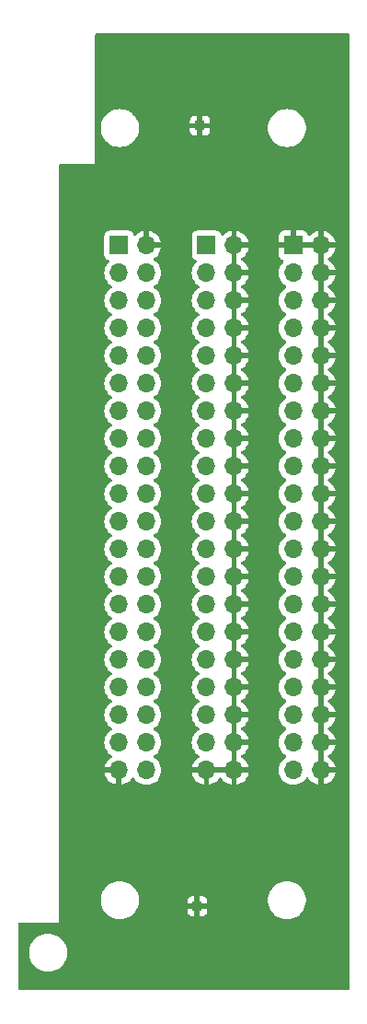
<source format=gbr>
%TF.GenerationSoftware,KiCad,Pcbnew,8.0.4*%
%TF.CreationDate,2024-11-26T14:31:27+01:00*%
%TF.ProjectId,6502 Pod 2x40 Pin Cable Adapter,36353032-2050-46f6-9420-327834302050,rev?*%
%TF.SameCoordinates,Original*%
%TF.FileFunction,Copper,L2,Bot*%
%TF.FilePolarity,Positive*%
%FSLAX46Y46*%
G04 Gerber Fmt 4.6, Leading zero omitted, Abs format (unit mm)*
G04 Created by KiCad (PCBNEW 8.0.4) date 2024-11-26 14:31:27*
%MOMM*%
%LPD*%
G01*
G04 APERTURE LIST*
%TA.AperFunction,ComponentPad*%
%ADD10R,1.700000X1.700000*%
%TD*%
%TA.AperFunction,ComponentPad*%
%ADD11O,1.700000X1.700000*%
%TD*%
%TA.AperFunction,ComponentPad*%
%ADD12R,0.850000X0.850000*%
%TD*%
G04 APERTURE END LIST*
D10*
%TO.P,J2,1,Pin_1*%
%TO.N,~{URESET}*%
X79350000Y-71500000D03*
D11*
%TO.P,J2,2,Pin_2*%
%TO.N,GND*%
X81890000Y-71500000D03*
%TO.P,J2,3,Pin_3*%
%TO.N,UTSC*%
X79350000Y-74040000D03*
%TO.P,J2,4,Pin_4*%
%TO.N,GND*%
X81890000Y-74040000D03*
%TO.P,J2,5,Pin_5*%
%TO.N,USO*%
X79350000Y-76580000D03*
%TO.P,J2,6,Pin_6*%
%TO.N,GND*%
X81890000Y-76580000D03*
%TO.P,J2,7,Pin_7*%
%TO.N,CK2*%
X79350000Y-79120000D03*
%TO.P,J2,8,Pin_8*%
%TO.N,GND*%
X81890000Y-79120000D03*
%TO.P,J2,9,Pin_9*%
%TO.N,UDBE*%
X79350000Y-81660000D03*
%TO.P,J2,10,Pin_10*%
%TO.N,GND*%
X81890000Y-81660000D03*
%TO.P,J2,11,Pin_11*%
%TO.N,unconnected-(J2-Pin_11-Pad11)*%
X79350000Y-84200000D03*
%TO.P,J2,12,Pin_12*%
%TO.N,GND*%
X81890000Y-84200000D03*
%TO.P,J2,13,Pin_13*%
%TO.N,UR{slash}~{W}*%
X79350000Y-86740000D03*
%TO.P,J2,14,Pin_14*%
%TO.N,GND*%
X81890000Y-86740000D03*
%TO.P,J2,15,Pin_15*%
%TO.N,UD0*%
X79350000Y-89280000D03*
%TO.P,J2,16,Pin_16*%
%TO.N,GND*%
X81890000Y-89280000D03*
%TO.P,J2,17,Pin_17*%
%TO.N,UD1*%
X79350000Y-91820000D03*
%TO.P,J2,18,Pin_18*%
%TO.N,GND*%
X81890000Y-91820000D03*
%TO.P,J2,19,Pin_19*%
%TO.N,UD2*%
X79350000Y-94360000D03*
%TO.P,J2,20,Pin_20*%
%TO.N,GND*%
X81890000Y-94360000D03*
%TO.P,J2,21,Pin_21*%
%TO.N,UD3*%
X79350000Y-96900000D03*
%TO.P,J2,22,Pin_22*%
%TO.N,GND*%
X81890000Y-96900000D03*
%TO.P,J2,23,Pin_23*%
%TO.N,UD4*%
X79350000Y-99440000D03*
%TO.P,J2,24,Pin_24*%
%TO.N,GND*%
X81890000Y-99440000D03*
%TO.P,J2,25,Pin_25*%
%TO.N,UD5*%
X79350000Y-101980000D03*
%TO.P,J2,26,Pin_26*%
%TO.N,GND*%
X81890000Y-101980000D03*
%TO.P,J2,27,Pin_27*%
%TO.N,UD6*%
X79350000Y-104520000D03*
%TO.P,J2,28,Pin_28*%
%TO.N,GND*%
X81890000Y-104520000D03*
%TO.P,J2,29,Pin_29*%
%TO.N,UD7*%
X79350000Y-107060000D03*
%TO.P,J2,30,Pin_30*%
%TO.N,GND*%
X81890000Y-107060000D03*
%TO.P,J2,31,Pin_31*%
%TO.N,UA15*%
X79350000Y-109600000D03*
%TO.P,J2,32,Pin_32*%
%TO.N,GND*%
X81890000Y-109600000D03*
%TO.P,J2,33,Pin_33*%
%TO.N,UA14*%
X79350000Y-112140000D03*
%TO.P,J2,34,Pin_34*%
%TO.N,GND*%
X81890000Y-112140000D03*
%TO.P,J2,35,Pin_35*%
%TO.N,UA13*%
X79350000Y-114680000D03*
%TO.P,J2,36,Pin_36*%
%TO.N,GND*%
X81890000Y-114680000D03*
%TO.P,J2,37,Pin_37*%
%TO.N,UA12*%
X79350000Y-117220000D03*
%TO.P,J2,38,Pin_38*%
%TO.N,GND*%
X81890000Y-117220000D03*
%TO.P,J2,39,Pin_39*%
X79350000Y-119760000D03*
%TO.P,J2,40,Pin_40*%
X81890000Y-119760000D03*
%TD*%
D12*
%TO.P,TP1,1,1*%
%TO.N,GND*%
X78750000Y-60500000D03*
%TD*%
D10*
%TO.P,J1,1,~{URESET}*%
%TO.N,~{URESET}*%
X71300000Y-71500000D03*
D11*
%TO.P,J1,2,UVSS*%
%TO.N,GND*%
X73840000Y-71500000D03*
%TO.P,J1,3,UTSC(UCK2out)*%
%TO.N,UTSC*%
X71300000Y-74040000D03*
%TO.P,J1,4,~{UHALT}(URDY)*%
%TO.N,~{UHALT}*%
X73840000Y-74040000D03*
%TO.P,J1,5,USO*%
%TO.N,USO*%
X71300000Y-76580000D03*
%TO.P,J1,6,CK1(MR)*%
%TO.N,CK1*%
X73840000Y-76580000D03*
%TO.P,J1,7,CK2(CK0in)*%
%TO.N,CK2*%
X71300000Y-79120000D03*
%TO.P,J1,8,~{UIRQ}*%
%TO.N,~{UIRQ}*%
X73840000Y-79120000D03*
%TO.P,J1,9,UDBE*%
%TO.N,UDBE*%
X71300000Y-81660000D03*
%TO.P,J1,10,UVMA*%
%TO.N,UVMA*%
X73840000Y-81660000D03*
%TO.P,J1,11,nc*%
%TO.N,unconnected-(J1-nc-Pad11)*%
X71300000Y-84200000D03*
%TO.P,J1,12,~{UNMI}*%
%TO.N,~{UNMI}*%
X73840000Y-84200000D03*
%TO.P,J1,13,UR/~{W}*%
%TO.N,UR{slash}~{W}*%
X71300000Y-86740000D03*
%TO.P,J1,14,UBA(SYNC)*%
%TO.N,UBA(SYNC)*%
X73840000Y-86740000D03*
%TO.P,J1,15,UD0*%
%TO.N,UD0*%
X71300000Y-89280000D03*
%TO.P,J1,16,U+5V*%
%TO.N,U+5V*%
X73840000Y-89280000D03*
%TO.P,J1,17,UD1*%
%TO.N,UD1*%
X71300000Y-91820000D03*
%TO.P,J1,18,UA0*%
%TO.N,UA0*%
X73840000Y-91820000D03*
%TO.P,J1,19,UD2*%
%TO.N,UD2*%
X71300000Y-94360000D03*
%TO.P,J1,20,UA1*%
%TO.N,UA1*%
X73840000Y-94360000D03*
%TO.P,J1,21,UD3*%
%TO.N,UD3*%
X71300000Y-96900000D03*
%TO.P,J1,22,UA2*%
%TO.N,UA2*%
X73840000Y-96900000D03*
%TO.P,J1,23,UD4*%
%TO.N,UD4*%
X71300000Y-99440000D03*
%TO.P,J1,24,UA3*%
%TO.N,UA3*%
X73840000Y-99440000D03*
%TO.P,J1,25,UD5*%
%TO.N,UD5*%
X71300000Y-101980000D03*
%TO.P,J1,26,UA4*%
%TO.N,UA4*%
X73840000Y-101980000D03*
%TO.P,J1,27,UD6*%
%TO.N,UD6*%
X71300000Y-104520000D03*
%TO.P,J1,28,UA5*%
%TO.N,UA5*%
X73840000Y-104520000D03*
%TO.P,J1,29,UD7*%
%TO.N,UD7*%
X71300000Y-107060000D03*
%TO.P,J1,30,UA6*%
%TO.N,UA6*%
X73840000Y-107060000D03*
%TO.P,J1,31,UA15*%
%TO.N,UA15*%
X71300000Y-109600000D03*
%TO.P,J1,32,UA7*%
%TO.N,UA7*%
X73840000Y-109600000D03*
%TO.P,J1,33,UA14*%
%TO.N,UA14*%
X71300000Y-112140000D03*
%TO.P,J1,34,UA8*%
%TO.N,UA8*%
X73840000Y-112140000D03*
%TO.P,J1,35,UA13*%
%TO.N,UA13*%
X71300000Y-114680000D03*
%TO.P,J1,36,UA9*%
%TO.N,UA9*%
X73840000Y-114680000D03*
%TO.P,J1,37,UA12*%
%TO.N,UA12*%
X71300000Y-117220000D03*
%TO.P,J1,38,UA10*%
%TO.N,UA10*%
X73840000Y-117220000D03*
%TO.P,J1,39,UVSS*%
%TO.N,GND*%
X71300000Y-119760000D03*
%TO.P,J1,40,UA11*%
%TO.N,UA11*%
X73840000Y-119760000D03*
%TD*%
D12*
%TO.P,TP2,1,1*%
%TO.N,GND*%
X78500000Y-132250000D03*
%TD*%
D10*
%TO.P,J3,1,Pin_1*%
%TO.N,GND*%
X87350000Y-71500000D03*
D11*
%TO.P,J3,2,Pin_2*%
X89890000Y-71500000D03*
%TO.P,J3,3,Pin_3*%
%TO.N,~{UHALT}*%
X87350000Y-74040000D03*
%TO.P,J3,4,Pin_4*%
%TO.N,GND*%
X89890000Y-74040000D03*
%TO.P,J3,5,Pin_5*%
%TO.N,CK1*%
X87350000Y-76580000D03*
%TO.P,J3,6,Pin_6*%
%TO.N,GND*%
X89890000Y-76580000D03*
%TO.P,J3,7,Pin_7*%
%TO.N,~{UIRQ}*%
X87350000Y-79120000D03*
%TO.P,J3,8,Pin_8*%
%TO.N,GND*%
X89890000Y-79120000D03*
%TO.P,J3,9,Pin_9*%
%TO.N,UVMA*%
X87350000Y-81660000D03*
%TO.P,J3,10,Pin_10*%
%TO.N,GND*%
X89890000Y-81660000D03*
%TO.P,J3,11,Pin_11*%
%TO.N,~{UNMI}*%
X87350000Y-84200000D03*
%TO.P,J3,12,Pin_12*%
%TO.N,GND*%
X89890000Y-84200000D03*
%TO.P,J3,13,Pin_13*%
%TO.N,UBA(SYNC)*%
X87350000Y-86740000D03*
%TO.P,J3,14,Pin_14*%
%TO.N,GND*%
X89890000Y-86740000D03*
%TO.P,J3,15,Pin_15*%
%TO.N,U+5V*%
X87350000Y-89280000D03*
%TO.P,J3,16,Pin_16*%
%TO.N,GND*%
X89890000Y-89280000D03*
%TO.P,J3,17,Pin_17*%
%TO.N,UA0*%
X87350000Y-91820000D03*
%TO.P,J3,18,Pin_18*%
%TO.N,GND*%
X89890000Y-91820000D03*
%TO.P,J3,19,Pin_19*%
%TO.N,UA1*%
X87350000Y-94360000D03*
%TO.P,J3,20,Pin_20*%
%TO.N,GND*%
X89890000Y-94360000D03*
%TO.P,J3,21,Pin_21*%
%TO.N,UA2*%
X87350000Y-96900000D03*
%TO.P,J3,22,Pin_22*%
%TO.N,GND*%
X89890000Y-96900000D03*
%TO.P,J3,23,Pin_23*%
%TO.N,UA3*%
X87350000Y-99440000D03*
%TO.P,J3,24,Pin_24*%
%TO.N,GND*%
X89890000Y-99440000D03*
%TO.P,J3,25,Pin_25*%
%TO.N,UA4*%
X87350000Y-101980000D03*
%TO.P,J3,26,Pin_26*%
%TO.N,GND*%
X89890000Y-101980000D03*
%TO.P,J3,27,Pin_27*%
%TO.N,UA5*%
X87350000Y-104520000D03*
%TO.P,J3,28,Pin_28*%
%TO.N,GND*%
X89890000Y-104520000D03*
%TO.P,J3,29,Pin_29*%
%TO.N,UA6*%
X87350000Y-107060000D03*
%TO.P,J3,30,Pin_30*%
%TO.N,GND*%
X89890000Y-107060000D03*
%TO.P,J3,31,Pin_31*%
%TO.N,UA7*%
X87350000Y-109600000D03*
%TO.P,J3,32,Pin_32*%
%TO.N,GND*%
X89890000Y-109600000D03*
%TO.P,J3,33,Pin_33*%
%TO.N,UA8*%
X87350000Y-112140000D03*
%TO.P,J3,34,Pin_34*%
%TO.N,GND*%
X89890000Y-112140000D03*
%TO.P,J3,35,Pin_35*%
%TO.N,UA9*%
X87350000Y-114680000D03*
%TO.P,J3,36,Pin_36*%
%TO.N,GND*%
X89890000Y-114680000D03*
%TO.P,J3,37,Pin_37*%
%TO.N,UA10*%
X87350000Y-117220000D03*
%TO.P,J3,38,Pin_38*%
%TO.N,GND*%
X89890000Y-117220000D03*
%TO.P,J3,39,Pin_39*%
%TO.N,UA11*%
X87350000Y-119760000D03*
%TO.P,J3,40,Pin_40*%
%TO.N,GND*%
X89890000Y-119760000D03*
%TD*%
%TA.AperFunction,Conductor*%
%TO.N,GND*%
G36*
X90140000Y-119326988D02*
G01*
X90082993Y-119294075D01*
X89955826Y-119260000D01*
X89824174Y-119260000D01*
X89697007Y-119294075D01*
X89640000Y-119326988D01*
X89640000Y-117653012D01*
X89697007Y-117685925D01*
X89824174Y-117720000D01*
X89955826Y-117720000D01*
X90082993Y-117685925D01*
X90140000Y-117653012D01*
X90140000Y-119326988D01*
G37*
%TD.AperFunction*%
%TA.AperFunction,Conductor*%
G36*
X90140000Y-116786988D02*
G01*
X90082993Y-116754075D01*
X89955826Y-116720000D01*
X89824174Y-116720000D01*
X89697007Y-116754075D01*
X89640000Y-116786988D01*
X89640000Y-115113012D01*
X89697007Y-115145925D01*
X89824174Y-115180000D01*
X89955826Y-115180000D01*
X90082993Y-115145925D01*
X90140000Y-115113012D01*
X90140000Y-116786988D01*
G37*
%TD.AperFunction*%
%TA.AperFunction,Conductor*%
G36*
X90140000Y-114246988D02*
G01*
X90082993Y-114214075D01*
X89955826Y-114180000D01*
X89824174Y-114180000D01*
X89697007Y-114214075D01*
X89640000Y-114246988D01*
X89640000Y-112573012D01*
X89697007Y-112605925D01*
X89824174Y-112640000D01*
X89955826Y-112640000D01*
X90082993Y-112605925D01*
X90140000Y-112573012D01*
X90140000Y-114246988D01*
G37*
%TD.AperFunction*%
%TA.AperFunction,Conductor*%
G36*
X90140000Y-111706988D02*
G01*
X90082993Y-111674075D01*
X89955826Y-111640000D01*
X89824174Y-111640000D01*
X89697007Y-111674075D01*
X89640000Y-111706988D01*
X89640000Y-110033012D01*
X89697007Y-110065925D01*
X89824174Y-110100000D01*
X89955826Y-110100000D01*
X90082993Y-110065925D01*
X90140000Y-110033012D01*
X90140000Y-111706988D01*
G37*
%TD.AperFunction*%
%TA.AperFunction,Conductor*%
G36*
X90140000Y-109166988D02*
G01*
X90082993Y-109134075D01*
X89955826Y-109100000D01*
X89824174Y-109100000D01*
X89697007Y-109134075D01*
X89640000Y-109166988D01*
X89640000Y-107493012D01*
X89697007Y-107525925D01*
X89824174Y-107560000D01*
X89955826Y-107560000D01*
X90082993Y-107525925D01*
X90140000Y-107493012D01*
X90140000Y-109166988D01*
G37*
%TD.AperFunction*%
%TA.AperFunction,Conductor*%
G36*
X90140000Y-106626988D02*
G01*
X90082993Y-106594075D01*
X89955826Y-106560000D01*
X89824174Y-106560000D01*
X89697007Y-106594075D01*
X89640000Y-106626988D01*
X89640000Y-104953012D01*
X89697007Y-104985925D01*
X89824174Y-105020000D01*
X89955826Y-105020000D01*
X90082993Y-104985925D01*
X90140000Y-104953012D01*
X90140000Y-106626988D01*
G37*
%TD.AperFunction*%
%TA.AperFunction,Conductor*%
G36*
X90140000Y-104086988D02*
G01*
X90082993Y-104054075D01*
X89955826Y-104020000D01*
X89824174Y-104020000D01*
X89697007Y-104054075D01*
X89640000Y-104086988D01*
X89640000Y-102413012D01*
X89697007Y-102445925D01*
X89824174Y-102480000D01*
X89955826Y-102480000D01*
X90082993Y-102445925D01*
X90140000Y-102413012D01*
X90140000Y-104086988D01*
G37*
%TD.AperFunction*%
%TA.AperFunction,Conductor*%
G36*
X90140000Y-101546988D02*
G01*
X90082993Y-101514075D01*
X89955826Y-101480000D01*
X89824174Y-101480000D01*
X89697007Y-101514075D01*
X89640000Y-101546988D01*
X89640000Y-99873012D01*
X89697007Y-99905925D01*
X89824174Y-99940000D01*
X89955826Y-99940000D01*
X90082993Y-99905925D01*
X90140000Y-99873012D01*
X90140000Y-101546988D01*
G37*
%TD.AperFunction*%
%TA.AperFunction,Conductor*%
G36*
X90140000Y-99006988D02*
G01*
X90082993Y-98974075D01*
X89955826Y-98940000D01*
X89824174Y-98940000D01*
X89697007Y-98974075D01*
X89640000Y-99006988D01*
X89640000Y-97333012D01*
X89697007Y-97365925D01*
X89824174Y-97400000D01*
X89955826Y-97400000D01*
X90082993Y-97365925D01*
X90140000Y-97333012D01*
X90140000Y-99006988D01*
G37*
%TD.AperFunction*%
%TA.AperFunction,Conductor*%
G36*
X90140000Y-96466988D02*
G01*
X90082993Y-96434075D01*
X89955826Y-96400000D01*
X89824174Y-96400000D01*
X89697007Y-96434075D01*
X89640000Y-96466988D01*
X89640000Y-94793012D01*
X89697007Y-94825925D01*
X89824174Y-94860000D01*
X89955826Y-94860000D01*
X90082993Y-94825925D01*
X90140000Y-94793012D01*
X90140000Y-96466988D01*
G37*
%TD.AperFunction*%
%TA.AperFunction,Conductor*%
G36*
X90140000Y-93926988D02*
G01*
X90082993Y-93894075D01*
X89955826Y-93860000D01*
X89824174Y-93860000D01*
X89697007Y-93894075D01*
X89640000Y-93926988D01*
X89640000Y-92253012D01*
X89697007Y-92285925D01*
X89824174Y-92320000D01*
X89955826Y-92320000D01*
X90082993Y-92285925D01*
X90140000Y-92253012D01*
X90140000Y-93926988D01*
G37*
%TD.AperFunction*%
%TA.AperFunction,Conductor*%
G36*
X90140000Y-91386988D02*
G01*
X90082993Y-91354075D01*
X89955826Y-91320000D01*
X89824174Y-91320000D01*
X89697007Y-91354075D01*
X89640000Y-91386988D01*
X89640000Y-89713012D01*
X89697007Y-89745925D01*
X89824174Y-89780000D01*
X89955826Y-89780000D01*
X90082993Y-89745925D01*
X90140000Y-89713012D01*
X90140000Y-91386988D01*
G37*
%TD.AperFunction*%
%TA.AperFunction,Conductor*%
G36*
X90140000Y-88846988D02*
G01*
X90082993Y-88814075D01*
X89955826Y-88780000D01*
X89824174Y-88780000D01*
X89697007Y-88814075D01*
X89640000Y-88846988D01*
X89640000Y-87173012D01*
X89697007Y-87205925D01*
X89824174Y-87240000D01*
X89955826Y-87240000D01*
X90082993Y-87205925D01*
X90140000Y-87173012D01*
X90140000Y-88846988D01*
G37*
%TD.AperFunction*%
%TA.AperFunction,Conductor*%
G36*
X90140000Y-86306988D02*
G01*
X90082993Y-86274075D01*
X89955826Y-86240000D01*
X89824174Y-86240000D01*
X89697007Y-86274075D01*
X89640000Y-86306988D01*
X89640000Y-84633012D01*
X89697007Y-84665925D01*
X89824174Y-84700000D01*
X89955826Y-84700000D01*
X90082993Y-84665925D01*
X90140000Y-84633012D01*
X90140000Y-86306988D01*
G37*
%TD.AperFunction*%
%TA.AperFunction,Conductor*%
G36*
X90140000Y-83766988D02*
G01*
X90082993Y-83734075D01*
X89955826Y-83700000D01*
X89824174Y-83700000D01*
X89697007Y-83734075D01*
X89640000Y-83766988D01*
X89640000Y-82093012D01*
X89697007Y-82125925D01*
X89824174Y-82160000D01*
X89955826Y-82160000D01*
X90082993Y-82125925D01*
X90140000Y-82093012D01*
X90140000Y-83766988D01*
G37*
%TD.AperFunction*%
%TA.AperFunction,Conductor*%
G36*
X90140000Y-81226988D02*
G01*
X90082993Y-81194075D01*
X89955826Y-81160000D01*
X89824174Y-81160000D01*
X89697007Y-81194075D01*
X89640000Y-81226988D01*
X89640000Y-79553012D01*
X89697007Y-79585925D01*
X89824174Y-79620000D01*
X89955826Y-79620000D01*
X90082993Y-79585925D01*
X90140000Y-79553012D01*
X90140000Y-81226988D01*
G37*
%TD.AperFunction*%
%TA.AperFunction,Conductor*%
G36*
X90140000Y-78686988D02*
G01*
X90082993Y-78654075D01*
X89955826Y-78620000D01*
X89824174Y-78620000D01*
X89697007Y-78654075D01*
X89640000Y-78686988D01*
X89640000Y-77013012D01*
X89697007Y-77045925D01*
X89824174Y-77080000D01*
X89955826Y-77080000D01*
X90082993Y-77045925D01*
X90140000Y-77013012D01*
X90140000Y-78686988D01*
G37*
%TD.AperFunction*%
%TA.AperFunction,Conductor*%
G36*
X90140000Y-76146988D02*
G01*
X90082993Y-76114075D01*
X89955826Y-76080000D01*
X89824174Y-76080000D01*
X89697007Y-76114075D01*
X89640000Y-76146988D01*
X89640000Y-74473012D01*
X89697007Y-74505925D01*
X89824174Y-74540000D01*
X89955826Y-74540000D01*
X90082993Y-74505925D01*
X90140000Y-74473012D01*
X90140000Y-76146988D01*
G37*
%TD.AperFunction*%
%TA.AperFunction,Conductor*%
G36*
X90140000Y-73606988D02*
G01*
X90082993Y-73574075D01*
X89955826Y-73540000D01*
X89824174Y-73540000D01*
X89697007Y-73574075D01*
X89640000Y-73606988D01*
X89640000Y-71933012D01*
X89697007Y-71965925D01*
X89824174Y-72000000D01*
X89955826Y-72000000D01*
X90082993Y-71965925D01*
X90140000Y-71933012D01*
X90140000Y-73606988D01*
G37*
%TD.AperFunction*%
%TA.AperFunction,Conductor*%
G36*
X89424075Y-71307007D02*
G01*
X89390000Y-71434174D01*
X89390000Y-71565826D01*
X89424075Y-71692993D01*
X89456988Y-71750000D01*
X87783012Y-71750000D01*
X87815925Y-71692993D01*
X87850000Y-71565826D01*
X87850000Y-71434174D01*
X87815925Y-71307007D01*
X87783012Y-71250000D01*
X89456988Y-71250000D01*
X89424075Y-71307007D01*
G37*
%TD.AperFunction*%
%TA.AperFunction,Conductor*%
G36*
X81424075Y-119567007D02*
G01*
X81390000Y-119694174D01*
X81390000Y-119825826D01*
X81424075Y-119952993D01*
X81456988Y-120010000D01*
X79783012Y-120010000D01*
X79815925Y-119952993D01*
X79850000Y-119825826D01*
X79850000Y-119694174D01*
X79815925Y-119567007D01*
X79783012Y-119510000D01*
X81456988Y-119510000D01*
X81424075Y-119567007D01*
G37*
%TD.AperFunction*%
%TA.AperFunction,Conductor*%
G36*
X82140000Y-119326988D02*
G01*
X82082993Y-119294075D01*
X81955826Y-119260000D01*
X81824174Y-119260000D01*
X81697007Y-119294075D01*
X81640000Y-119326988D01*
X81640000Y-117653012D01*
X81697007Y-117685925D01*
X81824174Y-117720000D01*
X81955826Y-117720000D01*
X82082993Y-117685925D01*
X82140000Y-117653012D01*
X82140000Y-119326988D01*
G37*
%TD.AperFunction*%
%TA.AperFunction,Conductor*%
G36*
X82140000Y-116786988D02*
G01*
X82082993Y-116754075D01*
X81955826Y-116720000D01*
X81824174Y-116720000D01*
X81697007Y-116754075D01*
X81640000Y-116786988D01*
X81640000Y-115113012D01*
X81697007Y-115145925D01*
X81824174Y-115180000D01*
X81955826Y-115180000D01*
X82082993Y-115145925D01*
X82140000Y-115113012D01*
X82140000Y-116786988D01*
G37*
%TD.AperFunction*%
%TA.AperFunction,Conductor*%
G36*
X82140000Y-114246988D02*
G01*
X82082993Y-114214075D01*
X81955826Y-114180000D01*
X81824174Y-114180000D01*
X81697007Y-114214075D01*
X81640000Y-114246988D01*
X81640000Y-112573012D01*
X81697007Y-112605925D01*
X81824174Y-112640000D01*
X81955826Y-112640000D01*
X82082993Y-112605925D01*
X82140000Y-112573012D01*
X82140000Y-114246988D01*
G37*
%TD.AperFunction*%
%TA.AperFunction,Conductor*%
G36*
X82140000Y-111706988D02*
G01*
X82082993Y-111674075D01*
X81955826Y-111640000D01*
X81824174Y-111640000D01*
X81697007Y-111674075D01*
X81640000Y-111706988D01*
X81640000Y-110033012D01*
X81697007Y-110065925D01*
X81824174Y-110100000D01*
X81955826Y-110100000D01*
X82082993Y-110065925D01*
X82140000Y-110033012D01*
X82140000Y-111706988D01*
G37*
%TD.AperFunction*%
%TA.AperFunction,Conductor*%
G36*
X82140000Y-109166988D02*
G01*
X82082993Y-109134075D01*
X81955826Y-109100000D01*
X81824174Y-109100000D01*
X81697007Y-109134075D01*
X81640000Y-109166988D01*
X81640000Y-107493012D01*
X81697007Y-107525925D01*
X81824174Y-107560000D01*
X81955826Y-107560000D01*
X82082993Y-107525925D01*
X82140000Y-107493012D01*
X82140000Y-109166988D01*
G37*
%TD.AperFunction*%
%TA.AperFunction,Conductor*%
G36*
X82140000Y-106626988D02*
G01*
X82082993Y-106594075D01*
X81955826Y-106560000D01*
X81824174Y-106560000D01*
X81697007Y-106594075D01*
X81640000Y-106626988D01*
X81640000Y-104953012D01*
X81697007Y-104985925D01*
X81824174Y-105020000D01*
X81955826Y-105020000D01*
X82082993Y-104985925D01*
X82140000Y-104953012D01*
X82140000Y-106626988D01*
G37*
%TD.AperFunction*%
%TA.AperFunction,Conductor*%
G36*
X82140000Y-104086988D02*
G01*
X82082993Y-104054075D01*
X81955826Y-104020000D01*
X81824174Y-104020000D01*
X81697007Y-104054075D01*
X81640000Y-104086988D01*
X81640000Y-102413012D01*
X81697007Y-102445925D01*
X81824174Y-102480000D01*
X81955826Y-102480000D01*
X82082993Y-102445925D01*
X82140000Y-102413012D01*
X82140000Y-104086988D01*
G37*
%TD.AperFunction*%
%TA.AperFunction,Conductor*%
G36*
X82140000Y-101546988D02*
G01*
X82082993Y-101514075D01*
X81955826Y-101480000D01*
X81824174Y-101480000D01*
X81697007Y-101514075D01*
X81640000Y-101546988D01*
X81640000Y-99873012D01*
X81697007Y-99905925D01*
X81824174Y-99940000D01*
X81955826Y-99940000D01*
X82082993Y-99905925D01*
X82140000Y-99873012D01*
X82140000Y-101546988D01*
G37*
%TD.AperFunction*%
%TA.AperFunction,Conductor*%
G36*
X82140000Y-99006988D02*
G01*
X82082993Y-98974075D01*
X81955826Y-98940000D01*
X81824174Y-98940000D01*
X81697007Y-98974075D01*
X81640000Y-99006988D01*
X81640000Y-97333012D01*
X81697007Y-97365925D01*
X81824174Y-97400000D01*
X81955826Y-97400000D01*
X82082993Y-97365925D01*
X82140000Y-97333012D01*
X82140000Y-99006988D01*
G37*
%TD.AperFunction*%
%TA.AperFunction,Conductor*%
G36*
X82140000Y-96466988D02*
G01*
X82082993Y-96434075D01*
X81955826Y-96400000D01*
X81824174Y-96400000D01*
X81697007Y-96434075D01*
X81640000Y-96466988D01*
X81640000Y-94793012D01*
X81697007Y-94825925D01*
X81824174Y-94860000D01*
X81955826Y-94860000D01*
X82082993Y-94825925D01*
X82140000Y-94793012D01*
X82140000Y-96466988D01*
G37*
%TD.AperFunction*%
%TA.AperFunction,Conductor*%
G36*
X82140000Y-93926988D02*
G01*
X82082993Y-93894075D01*
X81955826Y-93860000D01*
X81824174Y-93860000D01*
X81697007Y-93894075D01*
X81640000Y-93926988D01*
X81640000Y-92253012D01*
X81697007Y-92285925D01*
X81824174Y-92320000D01*
X81955826Y-92320000D01*
X82082993Y-92285925D01*
X82140000Y-92253012D01*
X82140000Y-93926988D01*
G37*
%TD.AperFunction*%
%TA.AperFunction,Conductor*%
G36*
X82140000Y-91386988D02*
G01*
X82082993Y-91354075D01*
X81955826Y-91320000D01*
X81824174Y-91320000D01*
X81697007Y-91354075D01*
X81640000Y-91386988D01*
X81640000Y-89713012D01*
X81697007Y-89745925D01*
X81824174Y-89780000D01*
X81955826Y-89780000D01*
X82082993Y-89745925D01*
X82140000Y-89713012D01*
X82140000Y-91386988D01*
G37*
%TD.AperFunction*%
%TA.AperFunction,Conductor*%
G36*
X82140000Y-88846988D02*
G01*
X82082993Y-88814075D01*
X81955826Y-88780000D01*
X81824174Y-88780000D01*
X81697007Y-88814075D01*
X81640000Y-88846988D01*
X81640000Y-87173012D01*
X81697007Y-87205925D01*
X81824174Y-87240000D01*
X81955826Y-87240000D01*
X82082993Y-87205925D01*
X82140000Y-87173012D01*
X82140000Y-88846988D01*
G37*
%TD.AperFunction*%
%TA.AperFunction,Conductor*%
G36*
X82140000Y-86306988D02*
G01*
X82082993Y-86274075D01*
X81955826Y-86240000D01*
X81824174Y-86240000D01*
X81697007Y-86274075D01*
X81640000Y-86306988D01*
X81640000Y-84633012D01*
X81697007Y-84665925D01*
X81824174Y-84700000D01*
X81955826Y-84700000D01*
X82082993Y-84665925D01*
X82140000Y-84633012D01*
X82140000Y-86306988D01*
G37*
%TD.AperFunction*%
%TA.AperFunction,Conductor*%
G36*
X82140000Y-83766988D02*
G01*
X82082993Y-83734075D01*
X81955826Y-83700000D01*
X81824174Y-83700000D01*
X81697007Y-83734075D01*
X81640000Y-83766988D01*
X81640000Y-82093012D01*
X81697007Y-82125925D01*
X81824174Y-82160000D01*
X81955826Y-82160000D01*
X82082993Y-82125925D01*
X82140000Y-82093012D01*
X82140000Y-83766988D01*
G37*
%TD.AperFunction*%
%TA.AperFunction,Conductor*%
G36*
X82140000Y-81226988D02*
G01*
X82082993Y-81194075D01*
X81955826Y-81160000D01*
X81824174Y-81160000D01*
X81697007Y-81194075D01*
X81640000Y-81226988D01*
X81640000Y-79553012D01*
X81697007Y-79585925D01*
X81824174Y-79620000D01*
X81955826Y-79620000D01*
X82082993Y-79585925D01*
X82140000Y-79553012D01*
X82140000Y-81226988D01*
G37*
%TD.AperFunction*%
%TA.AperFunction,Conductor*%
G36*
X82140000Y-78686988D02*
G01*
X82082993Y-78654075D01*
X81955826Y-78620000D01*
X81824174Y-78620000D01*
X81697007Y-78654075D01*
X81640000Y-78686988D01*
X81640000Y-77013012D01*
X81697007Y-77045925D01*
X81824174Y-77080000D01*
X81955826Y-77080000D01*
X82082993Y-77045925D01*
X82140000Y-77013012D01*
X82140000Y-78686988D01*
G37*
%TD.AperFunction*%
%TA.AperFunction,Conductor*%
G36*
X82140000Y-76146988D02*
G01*
X82082993Y-76114075D01*
X81955826Y-76080000D01*
X81824174Y-76080000D01*
X81697007Y-76114075D01*
X81640000Y-76146988D01*
X81640000Y-74473012D01*
X81697007Y-74505925D01*
X81824174Y-74540000D01*
X81955826Y-74540000D01*
X82082993Y-74505925D01*
X82140000Y-74473012D01*
X82140000Y-76146988D01*
G37*
%TD.AperFunction*%
%TA.AperFunction,Conductor*%
G36*
X82140000Y-73606988D02*
G01*
X82082993Y-73574075D01*
X81955826Y-73540000D01*
X81824174Y-73540000D01*
X81697007Y-73574075D01*
X81640000Y-73606988D01*
X81640000Y-71933012D01*
X81697007Y-71965925D01*
X81824174Y-72000000D01*
X81955826Y-72000000D01*
X82082993Y-71965925D01*
X82140000Y-71933012D01*
X82140000Y-73606988D01*
G37*
%TD.AperFunction*%
%TA.AperFunction,Conductor*%
G36*
X92443039Y-52019685D02*
G01*
X92488794Y-52072489D01*
X92500000Y-52124000D01*
X92500000Y-139876000D01*
X92480315Y-139943039D01*
X92427511Y-139988794D01*
X92376000Y-140000000D01*
X62124000Y-140000000D01*
X62056961Y-139980315D01*
X62011206Y-139927511D01*
X62000000Y-139876000D01*
X62000000Y-136399531D01*
X63028447Y-136399531D01*
X63028447Y-136661468D01*
X63067482Y-136920453D01*
X63067484Y-136920459D01*
X63144688Y-137170746D01*
X63258326Y-137406718D01*
X63258327Y-137406720D01*
X63258329Y-137406723D01*
X63258331Y-137406727D01*
X63405877Y-137623137D01*
X63584024Y-137815135D01*
X63584028Y-137815138D01*
X63584029Y-137815139D01*
X63788808Y-137978445D01*
X64015639Y-138109406D01*
X64259455Y-138205097D01*
X64514810Y-138263380D01*
X64514815Y-138263380D01*
X64514818Y-138263381D01*
X64775997Y-138282954D01*
X64776000Y-138282954D01*
X64776003Y-138282954D01*
X65037181Y-138263381D01*
X65037182Y-138263380D01*
X65037190Y-138263380D01*
X65292545Y-138205097D01*
X65536361Y-138109406D01*
X65763192Y-137978445D01*
X65967971Y-137815139D01*
X66146123Y-137623137D01*
X66293669Y-137406727D01*
X66407313Y-137170743D01*
X66484516Y-136920458D01*
X66523553Y-136661461D01*
X66523553Y-136661452D01*
X66523554Y-136661444D01*
X66526000Y-136530500D01*
X66523554Y-136399555D01*
X66523553Y-136399546D01*
X66523553Y-136399539D01*
X66484516Y-136140542D01*
X66407313Y-135890257D01*
X66293669Y-135654273D01*
X66146123Y-135437863D01*
X66136149Y-135427113D01*
X65967975Y-135245864D01*
X65928589Y-135214455D01*
X65763192Y-135082555D01*
X65536361Y-134951594D01*
X65292545Y-134855903D01*
X65292536Y-134855901D01*
X65292533Y-134855900D01*
X65037188Y-134797619D01*
X64776005Y-134778047D01*
X64775995Y-134778047D01*
X64514811Y-134797619D01*
X64259466Y-134855900D01*
X64259458Y-134855902D01*
X64259455Y-134855903D01*
X64259452Y-134855903D01*
X64259449Y-134855905D01*
X64015638Y-134951594D01*
X63788808Y-135082555D01*
X63584024Y-135245864D01*
X63405877Y-135437862D01*
X63258327Y-135654279D01*
X63258326Y-135654281D01*
X63144688Y-135890253D01*
X63067484Y-136140540D01*
X63067482Y-136140546D01*
X63028447Y-136399531D01*
X62000000Y-136399531D01*
X62000000Y-133874000D01*
X62019685Y-133806961D01*
X62072489Y-133761206D01*
X62124000Y-133750000D01*
X65800000Y-133750000D01*
X65800000Y-131573531D01*
X69632447Y-131573531D01*
X69632447Y-131835468D01*
X69671482Y-132094453D01*
X69671484Y-132094459D01*
X69748688Y-132344746D01*
X69862326Y-132580718D01*
X69862327Y-132580720D01*
X69862329Y-132580723D01*
X69862331Y-132580727D01*
X69959225Y-132722844D01*
X70009877Y-132797137D01*
X70188024Y-132989135D01*
X70188028Y-132989138D01*
X70188029Y-132989139D01*
X70392808Y-133152445D01*
X70619639Y-133283406D01*
X70863455Y-133379097D01*
X71118810Y-133437380D01*
X71118815Y-133437380D01*
X71118818Y-133437381D01*
X71379997Y-133456954D01*
X71380000Y-133456954D01*
X71380003Y-133456954D01*
X71641181Y-133437381D01*
X71641182Y-133437380D01*
X71641190Y-133437380D01*
X71896545Y-133379097D01*
X72140361Y-133283406D01*
X72367192Y-133152445D01*
X72571971Y-132989139D01*
X72750123Y-132797137D01*
X72800775Y-132722844D01*
X77575000Y-132722844D01*
X77581401Y-132782372D01*
X77581403Y-132782379D01*
X77631645Y-132917086D01*
X77631649Y-132917093D01*
X77717809Y-133032187D01*
X77717812Y-133032190D01*
X77832906Y-133118350D01*
X77832913Y-133118354D01*
X77967620Y-133168596D01*
X77967627Y-133168598D01*
X78027155Y-133174999D01*
X78027172Y-133175000D01*
X78250000Y-133175000D01*
X78750000Y-133175000D01*
X78972828Y-133175000D01*
X78972844Y-133174999D01*
X79032372Y-133168598D01*
X79032379Y-133168596D01*
X79167086Y-133118354D01*
X79167093Y-133118350D01*
X79282187Y-133032190D01*
X79282190Y-133032187D01*
X79368350Y-132917093D01*
X79368354Y-132917086D01*
X79418596Y-132782379D01*
X79418598Y-132782372D01*
X79424999Y-132722844D01*
X79425000Y-132722827D01*
X79425000Y-132500000D01*
X78750000Y-132500000D01*
X78750000Y-133175000D01*
X78250000Y-133175000D01*
X78250000Y-132500000D01*
X77575000Y-132500000D01*
X77575000Y-132722844D01*
X72800775Y-132722844D01*
X72897669Y-132580727D01*
X73011313Y-132344743D01*
X73055877Y-132200272D01*
X78250000Y-132200272D01*
X78250000Y-132299728D01*
X78288060Y-132391614D01*
X78358386Y-132461940D01*
X78450272Y-132500000D01*
X78549728Y-132500000D01*
X78641614Y-132461940D01*
X78711940Y-132391614D01*
X78750000Y-132299728D01*
X78750000Y-132200272D01*
X78711940Y-132108386D01*
X78641614Y-132038060D01*
X78549728Y-132000000D01*
X78750000Y-132000000D01*
X79425000Y-132000000D01*
X79425000Y-131777172D01*
X79424999Y-131777155D01*
X79418598Y-131717627D01*
X79418596Y-131717620D01*
X79368354Y-131582913D01*
X79368350Y-131582906D01*
X79361332Y-131573531D01*
X85002447Y-131573531D01*
X85002447Y-131835468D01*
X85041482Y-132094453D01*
X85041484Y-132094459D01*
X85118688Y-132344746D01*
X85232326Y-132580718D01*
X85232327Y-132580720D01*
X85232329Y-132580723D01*
X85232331Y-132580727D01*
X85329225Y-132722844D01*
X85379877Y-132797137D01*
X85558024Y-132989135D01*
X85558028Y-132989138D01*
X85558029Y-132989139D01*
X85762808Y-133152445D01*
X85989639Y-133283406D01*
X86233455Y-133379097D01*
X86488810Y-133437380D01*
X86488815Y-133437380D01*
X86488818Y-133437381D01*
X86749997Y-133456954D01*
X86750000Y-133456954D01*
X86750003Y-133456954D01*
X87011181Y-133437381D01*
X87011182Y-133437380D01*
X87011190Y-133437380D01*
X87266545Y-133379097D01*
X87510361Y-133283406D01*
X87737192Y-133152445D01*
X87941971Y-132989139D01*
X88120123Y-132797137D01*
X88267669Y-132580727D01*
X88381313Y-132344743D01*
X88458516Y-132094458D01*
X88497553Y-131835461D01*
X88497553Y-131835452D01*
X88497554Y-131835444D01*
X88500000Y-131704500D01*
X88497554Y-131573555D01*
X88497553Y-131573546D01*
X88497553Y-131573539D01*
X88468630Y-131381645D01*
X88458517Y-131314546D01*
X88458515Y-131314540D01*
X88381313Y-131064257D01*
X88267669Y-130828273D01*
X88120123Y-130611863D01*
X88110149Y-130601113D01*
X87941975Y-130419864D01*
X87902589Y-130388455D01*
X87737192Y-130256555D01*
X87510361Y-130125594D01*
X87266545Y-130029903D01*
X87266536Y-130029901D01*
X87266533Y-130029900D01*
X87011188Y-129971619D01*
X86750005Y-129952047D01*
X86749995Y-129952047D01*
X86488811Y-129971619D01*
X86233466Y-130029900D01*
X86233458Y-130029902D01*
X86233455Y-130029903D01*
X86233452Y-130029903D01*
X86233449Y-130029905D01*
X85989638Y-130125594D01*
X85762808Y-130256555D01*
X85558024Y-130419864D01*
X85379877Y-130611862D01*
X85232327Y-130828279D01*
X85232326Y-130828281D01*
X85118688Y-131064253D01*
X85041484Y-131314540D01*
X85041482Y-131314546D01*
X85002447Y-131573531D01*
X79361332Y-131573531D01*
X79282190Y-131467812D01*
X79282187Y-131467809D01*
X79167093Y-131381649D01*
X79167086Y-131381645D01*
X79032379Y-131331403D01*
X79032372Y-131331401D01*
X78972844Y-131325000D01*
X78750000Y-131325000D01*
X78750000Y-132000000D01*
X78549728Y-132000000D01*
X78450272Y-132000000D01*
X78358386Y-132038060D01*
X78288060Y-132108386D01*
X78250000Y-132200272D01*
X73055877Y-132200272D01*
X73088516Y-132094458D01*
X73127553Y-131835461D01*
X73127553Y-131835452D01*
X73127554Y-131835444D01*
X73128643Y-131777155D01*
X77575000Y-131777155D01*
X77575000Y-132000000D01*
X78250000Y-132000000D01*
X78250000Y-131325000D01*
X78027155Y-131325000D01*
X77967627Y-131331401D01*
X77967620Y-131331403D01*
X77832913Y-131381645D01*
X77832906Y-131381649D01*
X77717812Y-131467809D01*
X77717809Y-131467812D01*
X77631649Y-131582906D01*
X77631645Y-131582913D01*
X77581403Y-131717620D01*
X77581401Y-131717627D01*
X77575000Y-131777155D01*
X73128643Y-131777155D01*
X73130000Y-131704500D01*
X73127554Y-131573555D01*
X73127553Y-131573546D01*
X73127553Y-131573539D01*
X73098630Y-131381645D01*
X73088517Y-131314546D01*
X73088515Y-131314540D01*
X73011313Y-131064257D01*
X72897669Y-130828273D01*
X72750123Y-130611863D01*
X72740149Y-130601113D01*
X72571975Y-130419864D01*
X72532589Y-130388455D01*
X72367192Y-130256555D01*
X72140361Y-130125594D01*
X71896545Y-130029903D01*
X71896536Y-130029901D01*
X71896533Y-130029900D01*
X71641188Y-129971619D01*
X71380005Y-129952047D01*
X71379995Y-129952047D01*
X71118811Y-129971619D01*
X70863466Y-130029900D01*
X70863458Y-130029902D01*
X70863455Y-130029903D01*
X70863452Y-130029903D01*
X70863449Y-130029905D01*
X70619638Y-130125594D01*
X70392808Y-130256555D01*
X70188024Y-130419864D01*
X70009877Y-130611862D01*
X69862327Y-130828279D01*
X69862326Y-130828281D01*
X69748688Y-131064253D01*
X69671484Y-131314540D01*
X69671482Y-131314546D01*
X69632447Y-131573531D01*
X65800000Y-131573531D01*
X65800000Y-74039999D01*
X69944341Y-74039999D01*
X69944341Y-74040000D01*
X69964936Y-74275403D01*
X69964938Y-74275413D01*
X70026094Y-74503655D01*
X70026096Y-74503659D01*
X70026097Y-74503663D01*
X70106004Y-74675023D01*
X70125965Y-74717830D01*
X70125967Y-74717834D01*
X70234281Y-74872521D01*
X70261501Y-74911396D01*
X70261506Y-74911402D01*
X70428597Y-75078493D01*
X70428603Y-75078498D01*
X70614158Y-75208425D01*
X70657783Y-75263002D01*
X70664977Y-75332500D01*
X70633454Y-75394855D01*
X70614158Y-75411575D01*
X70428597Y-75541505D01*
X70261505Y-75708597D01*
X70125965Y-75902169D01*
X70125964Y-75902171D01*
X70026098Y-76116335D01*
X70026094Y-76116344D01*
X69964938Y-76344586D01*
X69964936Y-76344596D01*
X69944341Y-76579999D01*
X69944341Y-76580000D01*
X69964936Y-76815403D01*
X69964938Y-76815413D01*
X70026094Y-77043655D01*
X70026096Y-77043659D01*
X70026097Y-77043663D01*
X70106004Y-77215023D01*
X70125965Y-77257830D01*
X70125967Y-77257834D01*
X70234281Y-77412521D01*
X70261501Y-77451396D01*
X70261506Y-77451402D01*
X70428597Y-77618493D01*
X70428603Y-77618498D01*
X70614158Y-77748425D01*
X70657783Y-77803002D01*
X70664977Y-77872500D01*
X70633454Y-77934855D01*
X70614158Y-77951575D01*
X70428597Y-78081505D01*
X70261505Y-78248597D01*
X70125965Y-78442169D01*
X70125964Y-78442171D01*
X70026098Y-78656335D01*
X70026094Y-78656344D01*
X69964938Y-78884586D01*
X69964936Y-78884596D01*
X69944341Y-79119999D01*
X69944341Y-79120000D01*
X69964936Y-79355403D01*
X69964938Y-79355413D01*
X70026094Y-79583655D01*
X70026096Y-79583659D01*
X70026097Y-79583663D01*
X70106004Y-79755023D01*
X70125965Y-79797830D01*
X70125967Y-79797834D01*
X70234281Y-79952521D01*
X70261501Y-79991396D01*
X70261506Y-79991402D01*
X70428597Y-80158493D01*
X70428603Y-80158498D01*
X70614158Y-80288425D01*
X70657783Y-80343002D01*
X70664977Y-80412500D01*
X70633454Y-80474855D01*
X70614158Y-80491575D01*
X70428597Y-80621505D01*
X70261505Y-80788597D01*
X70125965Y-80982169D01*
X70125964Y-80982171D01*
X70026098Y-81196335D01*
X70026094Y-81196344D01*
X69964938Y-81424586D01*
X69964936Y-81424596D01*
X69944341Y-81659999D01*
X69944341Y-81660000D01*
X69964936Y-81895403D01*
X69964938Y-81895413D01*
X70026094Y-82123655D01*
X70026096Y-82123659D01*
X70026097Y-82123663D01*
X70106004Y-82295023D01*
X70125965Y-82337830D01*
X70125967Y-82337834D01*
X70234281Y-82492521D01*
X70261501Y-82531396D01*
X70261506Y-82531402D01*
X70428597Y-82698493D01*
X70428603Y-82698498D01*
X70614158Y-82828425D01*
X70657783Y-82883002D01*
X70664977Y-82952500D01*
X70633454Y-83014855D01*
X70614158Y-83031575D01*
X70428597Y-83161505D01*
X70261505Y-83328597D01*
X70125965Y-83522169D01*
X70125964Y-83522171D01*
X70026098Y-83736335D01*
X70026094Y-83736344D01*
X69964938Y-83964586D01*
X69964936Y-83964596D01*
X69944341Y-84199999D01*
X69944341Y-84200000D01*
X69964936Y-84435403D01*
X69964938Y-84435413D01*
X70026094Y-84663655D01*
X70026096Y-84663659D01*
X70026097Y-84663663D01*
X70106004Y-84835023D01*
X70125965Y-84877830D01*
X70125967Y-84877834D01*
X70234281Y-85032521D01*
X70261501Y-85071396D01*
X70261506Y-85071402D01*
X70428597Y-85238493D01*
X70428603Y-85238498D01*
X70614158Y-85368425D01*
X70657783Y-85423002D01*
X70664977Y-85492500D01*
X70633454Y-85554855D01*
X70614158Y-85571575D01*
X70428597Y-85701505D01*
X70261505Y-85868597D01*
X70125965Y-86062169D01*
X70125964Y-86062171D01*
X70026098Y-86276335D01*
X70026094Y-86276344D01*
X69964938Y-86504586D01*
X69964936Y-86504596D01*
X69944341Y-86739999D01*
X69944341Y-86740000D01*
X69964936Y-86975403D01*
X69964938Y-86975413D01*
X70026094Y-87203655D01*
X70026096Y-87203659D01*
X70026097Y-87203663D01*
X70106004Y-87375023D01*
X70125965Y-87417830D01*
X70125967Y-87417834D01*
X70234281Y-87572521D01*
X70261501Y-87611396D01*
X70261506Y-87611402D01*
X70428597Y-87778493D01*
X70428603Y-87778498D01*
X70614158Y-87908425D01*
X70657783Y-87963002D01*
X70664977Y-88032500D01*
X70633454Y-88094855D01*
X70614158Y-88111575D01*
X70428597Y-88241505D01*
X70261505Y-88408597D01*
X70125965Y-88602169D01*
X70125964Y-88602171D01*
X70026098Y-88816335D01*
X70026094Y-88816344D01*
X69964938Y-89044586D01*
X69964936Y-89044596D01*
X69944341Y-89279999D01*
X69944341Y-89280000D01*
X69964936Y-89515403D01*
X69964938Y-89515413D01*
X70026094Y-89743655D01*
X70026096Y-89743659D01*
X70026097Y-89743663D01*
X70106004Y-89915023D01*
X70125965Y-89957830D01*
X70125967Y-89957834D01*
X70234281Y-90112521D01*
X70261501Y-90151396D01*
X70261506Y-90151402D01*
X70428597Y-90318493D01*
X70428603Y-90318498D01*
X70614158Y-90448425D01*
X70657783Y-90503002D01*
X70664977Y-90572500D01*
X70633454Y-90634855D01*
X70614158Y-90651575D01*
X70428597Y-90781505D01*
X70261505Y-90948597D01*
X70125965Y-91142169D01*
X70125964Y-91142171D01*
X70026098Y-91356335D01*
X70026094Y-91356344D01*
X69964938Y-91584586D01*
X69964936Y-91584596D01*
X69944341Y-91819999D01*
X69944341Y-91820000D01*
X69964936Y-92055403D01*
X69964938Y-92055413D01*
X70026094Y-92283655D01*
X70026096Y-92283659D01*
X70026097Y-92283663D01*
X70106004Y-92455023D01*
X70125965Y-92497830D01*
X70125967Y-92497834D01*
X70234281Y-92652521D01*
X70261501Y-92691396D01*
X70261506Y-92691402D01*
X70428597Y-92858493D01*
X70428603Y-92858498D01*
X70614158Y-92988425D01*
X70657783Y-93043002D01*
X70664977Y-93112500D01*
X70633454Y-93174855D01*
X70614158Y-93191575D01*
X70428597Y-93321505D01*
X70261505Y-93488597D01*
X70125965Y-93682169D01*
X70125964Y-93682171D01*
X70026098Y-93896335D01*
X70026094Y-93896344D01*
X69964938Y-94124586D01*
X69964936Y-94124596D01*
X69944341Y-94359999D01*
X69944341Y-94360000D01*
X69964936Y-94595403D01*
X69964938Y-94595413D01*
X70026094Y-94823655D01*
X70026096Y-94823659D01*
X70026097Y-94823663D01*
X70106004Y-94995023D01*
X70125965Y-95037830D01*
X70125967Y-95037834D01*
X70234281Y-95192521D01*
X70261501Y-95231396D01*
X70261506Y-95231402D01*
X70428597Y-95398493D01*
X70428603Y-95398498D01*
X70614158Y-95528425D01*
X70657783Y-95583002D01*
X70664977Y-95652500D01*
X70633454Y-95714855D01*
X70614158Y-95731575D01*
X70428597Y-95861505D01*
X70261505Y-96028597D01*
X70125965Y-96222169D01*
X70125964Y-96222171D01*
X70026098Y-96436335D01*
X70026094Y-96436344D01*
X69964938Y-96664586D01*
X69964936Y-96664596D01*
X69944341Y-96899999D01*
X69944341Y-96900000D01*
X69964936Y-97135403D01*
X69964938Y-97135413D01*
X70026094Y-97363655D01*
X70026096Y-97363659D01*
X70026097Y-97363663D01*
X70106004Y-97535023D01*
X70125965Y-97577830D01*
X70125967Y-97577834D01*
X70234281Y-97732521D01*
X70261501Y-97771396D01*
X70261506Y-97771402D01*
X70428597Y-97938493D01*
X70428603Y-97938498D01*
X70614158Y-98068425D01*
X70657783Y-98123002D01*
X70664977Y-98192500D01*
X70633454Y-98254855D01*
X70614158Y-98271575D01*
X70428597Y-98401505D01*
X70261505Y-98568597D01*
X70125965Y-98762169D01*
X70125964Y-98762171D01*
X70026098Y-98976335D01*
X70026094Y-98976344D01*
X69964938Y-99204586D01*
X69964936Y-99204596D01*
X69944341Y-99439999D01*
X69944341Y-99440000D01*
X69964936Y-99675403D01*
X69964938Y-99675413D01*
X70026094Y-99903655D01*
X70026096Y-99903659D01*
X70026097Y-99903663D01*
X70106004Y-100075023D01*
X70125965Y-100117830D01*
X70125967Y-100117834D01*
X70234281Y-100272521D01*
X70261501Y-100311396D01*
X70261506Y-100311402D01*
X70428597Y-100478493D01*
X70428603Y-100478498D01*
X70614158Y-100608425D01*
X70657783Y-100663002D01*
X70664977Y-100732500D01*
X70633454Y-100794855D01*
X70614158Y-100811575D01*
X70428597Y-100941505D01*
X70261505Y-101108597D01*
X70125965Y-101302169D01*
X70125964Y-101302171D01*
X70026098Y-101516335D01*
X70026094Y-101516344D01*
X69964938Y-101744586D01*
X69964936Y-101744596D01*
X69944341Y-101979999D01*
X69944341Y-101980000D01*
X69964936Y-102215403D01*
X69964938Y-102215413D01*
X70026094Y-102443655D01*
X70026096Y-102443659D01*
X70026097Y-102443663D01*
X70106004Y-102615023D01*
X70125965Y-102657830D01*
X70125967Y-102657834D01*
X70234281Y-102812521D01*
X70261501Y-102851396D01*
X70261506Y-102851402D01*
X70428597Y-103018493D01*
X70428603Y-103018498D01*
X70614158Y-103148425D01*
X70657783Y-103203002D01*
X70664977Y-103272500D01*
X70633454Y-103334855D01*
X70614158Y-103351575D01*
X70428597Y-103481505D01*
X70261505Y-103648597D01*
X70125965Y-103842169D01*
X70125964Y-103842171D01*
X70026098Y-104056335D01*
X70026094Y-104056344D01*
X69964938Y-104284586D01*
X69964936Y-104284596D01*
X69944341Y-104519999D01*
X69944341Y-104520000D01*
X69964936Y-104755403D01*
X69964938Y-104755413D01*
X70026094Y-104983655D01*
X70026096Y-104983659D01*
X70026097Y-104983663D01*
X70106004Y-105155023D01*
X70125965Y-105197830D01*
X70125967Y-105197834D01*
X70234281Y-105352521D01*
X70261501Y-105391396D01*
X70261506Y-105391402D01*
X70428597Y-105558493D01*
X70428603Y-105558498D01*
X70614158Y-105688425D01*
X70657783Y-105743002D01*
X70664977Y-105812500D01*
X70633454Y-105874855D01*
X70614158Y-105891575D01*
X70428597Y-106021505D01*
X70261505Y-106188597D01*
X70125965Y-106382169D01*
X70125964Y-106382171D01*
X70026098Y-106596335D01*
X70026094Y-106596344D01*
X69964938Y-106824586D01*
X69964936Y-106824596D01*
X69944341Y-107059999D01*
X69944341Y-107060000D01*
X69964936Y-107295403D01*
X69964938Y-107295413D01*
X70026094Y-107523655D01*
X70026096Y-107523659D01*
X70026097Y-107523663D01*
X70106004Y-107695023D01*
X70125965Y-107737830D01*
X70125967Y-107737834D01*
X70234281Y-107892521D01*
X70261501Y-107931396D01*
X70261506Y-107931402D01*
X70428597Y-108098493D01*
X70428603Y-108098498D01*
X70614158Y-108228425D01*
X70657783Y-108283002D01*
X70664977Y-108352500D01*
X70633454Y-108414855D01*
X70614158Y-108431575D01*
X70428597Y-108561505D01*
X70261505Y-108728597D01*
X70125965Y-108922169D01*
X70125964Y-108922171D01*
X70026098Y-109136335D01*
X70026094Y-109136344D01*
X69964938Y-109364586D01*
X69964936Y-109364596D01*
X69944341Y-109599999D01*
X69944341Y-109600000D01*
X69964936Y-109835403D01*
X69964938Y-109835413D01*
X70026094Y-110063655D01*
X70026096Y-110063659D01*
X70026097Y-110063663D01*
X70106004Y-110235023D01*
X70125965Y-110277830D01*
X70125967Y-110277834D01*
X70234281Y-110432521D01*
X70261501Y-110471396D01*
X70261506Y-110471402D01*
X70428597Y-110638493D01*
X70428603Y-110638498D01*
X70614158Y-110768425D01*
X70657783Y-110823002D01*
X70664977Y-110892500D01*
X70633454Y-110954855D01*
X70614158Y-110971575D01*
X70428597Y-111101505D01*
X70261505Y-111268597D01*
X70125965Y-111462169D01*
X70125964Y-111462171D01*
X70026098Y-111676335D01*
X70026094Y-111676344D01*
X69964938Y-111904586D01*
X69964936Y-111904596D01*
X69944341Y-112139999D01*
X69944341Y-112140000D01*
X69964936Y-112375403D01*
X69964938Y-112375413D01*
X70026094Y-112603655D01*
X70026096Y-112603659D01*
X70026097Y-112603663D01*
X70106004Y-112775023D01*
X70125965Y-112817830D01*
X70125967Y-112817834D01*
X70234281Y-112972521D01*
X70261501Y-113011396D01*
X70261506Y-113011402D01*
X70428597Y-113178493D01*
X70428603Y-113178498D01*
X70614158Y-113308425D01*
X70657783Y-113363002D01*
X70664977Y-113432500D01*
X70633454Y-113494855D01*
X70614158Y-113511575D01*
X70428597Y-113641505D01*
X70261505Y-113808597D01*
X70125965Y-114002169D01*
X70125964Y-114002171D01*
X70026098Y-114216335D01*
X70026094Y-114216344D01*
X69964938Y-114444586D01*
X69964936Y-114444596D01*
X69944341Y-114679999D01*
X69944341Y-114680000D01*
X69964936Y-114915403D01*
X69964938Y-114915413D01*
X70026094Y-115143655D01*
X70026096Y-115143659D01*
X70026097Y-115143663D01*
X70106004Y-115315023D01*
X70125965Y-115357830D01*
X70125967Y-115357834D01*
X70234281Y-115512521D01*
X70261501Y-115551396D01*
X70261506Y-115551402D01*
X70428597Y-115718493D01*
X70428603Y-115718498D01*
X70614158Y-115848425D01*
X70657783Y-115903002D01*
X70664977Y-115972500D01*
X70633454Y-116034855D01*
X70614158Y-116051575D01*
X70428597Y-116181505D01*
X70261505Y-116348597D01*
X70125965Y-116542169D01*
X70125964Y-116542171D01*
X70026098Y-116756335D01*
X70026094Y-116756344D01*
X69964938Y-116984586D01*
X69964936Y-116984596D01*
X69944341Y-117219999D01*
X69944341Y-117220000D01*
X69964936Y-117455403D01*
X69964938Y-117455413D01*
X70026094Y-117683655D01*
X70026096Y-117683659D01*
X70026097Y-117683663D01*
X70106004Y-117855023D01*
X70125965Y-117897830D01*
X70125967Y-117897834D01*
X70234281Y-118052521D01*
X70261501Y-118091396D01*
X70261506Y-118091402D01*
X70428597Y-118258493D01*
X70428603Y-118258498D01*
X70614594Y-118388730D01*
X70658219Y-118443307D01*
X70665413Y-118512805D01*
X70633890Y-118575160D01*
X70614595Y-118591880D01*
X70428922Y-118721890D01*
X70428920Y-118721891D01*
X70261891Y-118888920D01*
X70261886Y-118888926D01*
X70126400Y-119082420D01*
X70126399Y-119082422D01*
X70026570Y-119296507D01*
X70026567Y-119296513D01*
X69969364Y-119509999D01*
X69969364Y-119510000D01*
X70866988Y-119510000D01*
X70834075Y-119567007D01*
X70800000Y-119694174D01*
X70800000Y-119825826D01*
X70834075Y-119952993D01*
X70866988Y-120010000D01*
X69969364Y-120010000D01*
X70026567Y-120223486D01*
X70026570Y-120223492D01*
X70126399Y-120437578D01*
X70261894Y-120631082D01*
X70428917Y-120798105D01*
X70622421Y-120933600D01*
X70836507Y-121033429D01*
X70836516Y-121033433D01*
X71050000Y-121090634D01*
X71050000Y-120193012D01*
X71107007Y-120225925D01*
X71234174Y-120260000D01*
X71365826Y-120260000D01*
X71492993Y-120225925D01*
X71550000Y-120193012D01*
X71550000Y-121090633D01*
X71763483Y-121033433D01*
X71763492Y-121033429D01*
X71977578Y-120933600D01*
X72171082Y-120798105D01*
X72338105Y-120631082D01*
X72468119Y-120445405D01*
X72522696Y-120401781D01*
X72592195Y-120394588D01*
X72654549Y-120426110D01*
X72671269Y-120445405D01*
X72801505Y-120631401D01*
X72968599Y-120798495D01*
X73065384Y-120866265D01*
X73162165Y-120934032D01*
X73162167Y-120934033D01*
X73162170Y-120934035D01*
X73376337Y-121033903D01*
X73604592Y-121095063D01*
X73792918Y-121111539D01*
X73839999Y-121115659D01*
X73840000Y-121115659D01*
X73840001Y-121115659D01*
X73879234Y-121112226D01*
X74075408Y-121095063D01*
X74303663Y-121033903D01*
X74517830Y-120934035D01*
X74711401Y-120798495D01*
X74878495Y-120631401D01*
X75014035Y-120437830D01*
X75113903Y-120223663D01*
X75175063Y-119995408D01*
X75195659Y-119760000D01*
X75175063Y-119524592D01*
X75113903Y-119296337D01*
X75014035Y-119082171D01*
X75008731Y-119074595D01*
X74878494Y-118888597D01*
X74711402Y-118721506D01*
X74711396Y-118721501D01*
X74525842Y-118591575D01*
X74482217Y-118536998D01*
X74475023Y-118467500D01*
X74506546Y-118405145D01*
X74525842Y-118388425D01*
X74548026Y-118372891D01*
X74711401Y-118258495D01*
X74878495Y-118091401D01*
X75014035Y-117897830D01*
X75113903Y-117683663D01*
X75175063Y-117455408D01*
X75195659Y-117220000D01*
X75175063Y-116984592D01*
X75113903Y-116756337D01*
X75014035Y-116542171D01*
X75008731Y-116534595D01*
X74878494Y-116348597D01*
X74711402Y-116181506D01*
X74711396Y-116181501D01*
X74525842Y-116051575D01*
X74482217Y-115996998D01*
X74475023Y-115927500D01*
X74506546Y-115865145D01*
X74525842Y-115848425D01*
X74548026Y-115832891D01*
X74711401Y-115718495D01*
X74878495Y-115551401D01*
X75014035Y-115357830D01*
X75113903Y-115143663D01*
X75175063Y-114915408D01*
X75195659Y-114680000D01*
X75175063Y-114444592D01*
X75113903Y-114216337D01*
X75014035Y-114002171D01*
X75008731Y-113994595D01*
X74878494Y-113808597D01*
X74711402Y-113641506D01*
X74711396Y-113641501D01*
X74525842Y-113511575D01*
X74482217Y-113456998D01*
X74475023Y-113387500D01*
X74506546Y-113325145D01*
X74525842Y-113308425D01*
X74548026Y-113292891D01*
X74711401Y-113178495D01*
X74878495Y-113011401D01*
X75014035Y-112817830D01*
X75113903Y-112603663D01*
X75175063Y-112375408D01*
X75195659Y-112140000D01*
X75175063Y-111904592D01*
X75113903Y-111676337D01*
X75014035Y-111462171D01*
X75008731Y-111454595D01*
X74878494Y-111268597D01*
X74711402Y-111101506D01*
X74711396Y-111101501D01*
X74525842Y-110971575D01*
X74482217Y-110916998D01*
X74475023Y-110847500D01*
X74506546Y-110785145D01*
X74525842Y-110768425D01*
X74548026Y-110752891D01*
X74711401Y-110638495D01*
X74878495Y-110471401D01*
X75014035Y-110277830D01*
X75113903Y-110063663D01*
X75175063Y-109835408D01*
X75195659Y-109600000D01*
X75175063Y-109364592D01*
X75113903Y-109136337D01*
X75014035Y-108922171D01*
X75008731Y-108914595D01*
X74878494Y-108728597D01*
X74711402Y-108561506D01*
X74711396Y-108561501D01*
X74525842Y-108431575D01*
X74482217Y-108376998D01*
X74475023Y-108307500D01*
X74506546Y-108245145D01*
X74525842Y-108228425D01*
X74548026Y-108212891D01*
X74711401Y-108098495D01*
X74878495Y-107931401D01*
X75014035Y-107737830D01*
X75113903Y-107523663D01*
X75175063Y-107295408D01*
X75195659Y-107060000D01*
X75175063Y-106824592D01*
X75113903Y-106596337D01*
X75014035Y-106382171D01*
X75008731Y-106374595D01*
X74878494Y-106188597D01*
X74711402Y-106021506D01*
X74711396Y-106021501D01*
X74525842Y-105891575D01*
X74482217Y-105836998D01*
X74475023Y-105767500D01*
X74506546Y-105705145D01*
X74525842Y-105688425D01*
X74548026Y-105672891D01*
X74711401Y-105558495D01*
X74878495Y-105391401D01*
X75014035Y-105197830D01*
X75113903Y-104983663D01*
X75175063Y-104755408D01*
X75195659Y-104520000D01*
X75175063Y-104284592D01*
X75113903Y-104056337D01*
X75014035Y-103842171D01*
X75008731Y-103834595D01*
X74878494Y-103648597D01*
X74711402Y-103481506D01*
X74711396Y-103481501D01*
X74525842Y-103351575D01*
X74482217Y-103296998D01*
X74475023Y-103227500D01*
X74506546Y-103165145D01*
X74525842Y-103148425D01*
X74548026Y-103132891D01*
X74711401Y-103018495D01*
X74878495Y-102851401D01*
X75014035Y-102657830D01*
X75113903Y-102443663D01*
X75175063Y-102215408D01*
X75195659Y-101980000D01*
X75175063Y-101744592D01*
X75113903Y-101516337D01*
X75014035Y-101302171D01*
X75008731Y-101294595D01*
X74878494Y-101108597D01*
X74711402Y-100941506D01*
X74711396Y-100941501D01*
X74525842Y-100811575D01*
X74482217Y-100756998D01*
X74475023Y-100687500D01*
X74506546Y-100625145D01*
X74525842Y-100608425D01*
X74548026Y-100592891D01*
X74711401Y-100478495D01*
X74878495Y-100311401D01*
X75014035Y-100117830D01*
X75113903Y-99903663D01*
X75175063Y-99675408D01*
X75195659Y-99440000D01*
X75175063Y-99204592D01*
X75113903Y-98976337D01*
X75014035Y-98762171D01*
X75008731Y-98754595D01*
X74878494Y-98568597D01*
X74711402Y-98401506D01*
X74711396Y-98401501D01*
X74525842Y-98271575D01*
X74482217Y-98216998D01*
X74475023Y-98147500D01*
X74506546Y-98085145D01*
X74525842Y-98068425D01*
X74548026Y-98052891D01*
X74711401Y-97938495D01*
X74878495Y-97771401D01*
X75014035Y-97577830D01*
X75113903Y-97363663D01*
X75175063Y-97135408D01*
X75195659Y-96900000D01*
X75175063Y-96664592D01*
X75113903Y-96436337D01*
X75014035Y-96222171D01*
X75008731Y-96214595D01*
X74878494Y-96028597D01*
X74711402Y-95861506D01*
X74711396Y-95861501D01*
X74525842Y-95731575D01*
X74482217Y-95676998D01*
X74475023Y-95607500D01*
X74506546Y-95545145D01*
X74525842Y-95528425D01*
X74548026Y-95512891D01*
X74711401Y-95398495D01*
X74878495Y-95231401D01*
X75014035Y-95037830D01*
X75113903Y-94823663D01*
X75175063Y-94595408D01*
X75195659Y-94360000D01*
X75175063Y-94124592D01*
X75113903Y-93896337D01*
X75014035Y-93682171D01*
X75008731Y-93674595D01*
X74878494Y-93488597D01*
X74711402Y-93321506D01*
X74711396Y-93321501D01*
X74525842Y-93191575D01*
X74482217Y-93136998D01*
X74475023Y-93067500D01*
X74506546Y-93005145D01*
X74525842Y-92988425D01*
X74548026Y-92972891D01*
X74711401Y-92858495D01*
X74878495Y-92691401D01*
X75014035Y-92497830D01*
X75113903Y-92283663D01*
X75175063Y-92055408D01*
X75195659Y-91820000D01*
X75175063Y-91584592D01*
X75113903Y-91356337D01*
X75014035Y-91142171D01*
X75008731Y-91134595D01*
X74878494Y-90948597D01*
X74711402Y-90781506D01*
X74711396Y-90781501D01*
X74525842Y-90651575D01*
X74482217Y-90596998D01*
X74475023Y-90527500D01*
X74506546Y-90465145D01*
X74525842Y-90448425D01*
X74548026Y-90432891D01*
X74711401Y-90318495D01*
X74878495Y-90151401D01*
X75014035Y-89957830D01*
X75113903Y-89743663D01*
X75175063Y-89515408D01*
X75195659Y-89280000D01*
X75175063Y-89044592D01*
X75113903Y-88816337D01*
X75014035Y-88602171D01*
X75008731Y-88594595D01*
X74878494Y-88408597D01*
X74711402Y-88241506D01*
X74711396Y-88241501D01*
X74525842Y-88111575D01*
X74482217Y-88056998D01*
X74475023Y-87987500D01*
X74506546Y-87925145D01*
X74525842Y-87908425D01*
X74548026Y-87892891D01*
X74711401Y-87778495D01*
X74878495Y-87611401D01*
X75014035Y-87417830D01*
X75113903Y-87203663D01*
X75175063Y-86975408D01*
X75195659Y-86740000D01*
X75175063Y-86504592D01*
X75113903Y-86276337D01*
X75014035Y-86062171D01*
X75008731Y-86054595D01*
X74878494Y-85868597D01*
X74711402Y-85701506D01*
X74711396Y-85701501D01*
X74525842Y-85571575D01*
X74482217Y-85516998D01*
X74475023Y-85447500D01*
X74506546Y-85385145D01*
X74525842Y-85368425D01*
X74548026Y-85352891D01*
X74711401Y-85238495D01*
X74878495Y-85071401D01*
X75014035Y-84877830D01*
X75113903Y-84663663D01*
X75175063Y-84435408D01*
X75195659Y-84200000D01*
X75175063Y-83964592D01*
X75113903Y-83736337D01*
X75014035Y-83522171D01*
X75008731Y-83514595D01*
X74878494Y-83328597D01*
X74711402Y-83161506D01*
X74711396Y-83161501D01*
X74525842Y-83031575D01*
X74482217Y-82976998D01*
X74475023Y-82907500D01*
X74506546Y-82845145D01*
X74525842Y-82828425D01*
X74548026Y-82812891D01*
X74711401Y-82698495D01*
X74878495Y-82531401D01*
X75014035Y-82337830D01*
X75113903Y-82123663D01*
X75175063Y-81895408D01*
X75195659Y-81660000D01*
X75175063Y-81424592D01*
X75113903Y-81196337D01*
X75014035Y-80982171D01*
X75008731Y-80974595D01*
X74878494Y-80788597D01*
X74711402Y-80621506D01*
X74711396Y-80621501D01*
X74525842Y-80491575D01*
X74482217Y-80436998D01*
X74475023Y-80367500D01*
X74506546Y-80305145D01*
X74525842Y-80288425D01*
X74548026Y-80272891D01*
X74711401Y-80158495D01*
X74878495Y-79991401D01*
X75014035Y-79797830D01*
X75113903Y-79583663D01*
X75175063Y-79355408D01*
X75195659Y-79120000D01*
X75175063Y-78884592D01*
X75113903Y-78656337D01*
X75014035Y-78442171D01*
X75008731Y-78434595D01*
X74878494Y-78248597D01*
X74711402Y-78081506D01*
X74711396Y-78081501D01*
X74525842Y-77951575D01*
X74482217Y-77896998D01*
X74475023Y-77827500D01*
X74506546Y-77765145D01*
X74525842Y-77748425D01*
X74548026Y-77732891D01*
X74711401Y-77618495D01*
X74878495Y-77451401D01*
X75014035Y-77257830D01*
X75113903Y-77043663D01*
X75175063Y-76815408D01*
X75195659Y-76580000D01*
X75175063Y-76344592D01*
X75113903Y-76116337D01*
X75014035Y-75902171D01*
X75008731Y-75894595D01*
X74878494Y-75708597D01*
X74711402Y-75541506D01*
X74711396Y-75541501D01*
X74525842Y-75411575D01*
X74482217Y-75356998D01*
X74475023Y-75287500D01*
X74506546Y-75225145D01*
X74525842Y-75208425D01*
X74548026Y-75192891D01*
X74711401Y-75078495D01*
X74878495Y-74911401D01*
X75014035Y-74717830D01*
X75113903Y-74503663D01*
X75175063Y-74275408D01*
X75195659Y-74040000D01*
X75195659Y-74039999D01*
X77994341Y-74039999D01*
X77994341Y-74040000D01*
X78014936Y-74275403D01*
X78014938Y-74275413D01*
X78076094Y-74503655D01*
X78076096Y-74503659D01*
X78076097Y-74503663D01*
X78156004Y-74675023D01*
X78175965Y-74717830D01*
X78175967Y-74717834D01*
X78284281Y-74872521D01*
X78311501Y-74911396D01*
X78311506Y-74911402D01*
X78478597Y-75078493D01*
X78478603Y-75078498D01*
X78664158Y-75208425D01*
X78707783Y-75263002D01*
X78714977Y-75332500D01*
X78683454Y-75394855D01*
X78664158Y-75411575D01*
X78478597Y-75541505D01*
X78311505Y-75708597D01*
X78175965Y-75902169D01*
X78175964Y-75902171D01*
X78076098Y-76116335D01*
X78076094Y-76116344D01*
X78014938Y-76344586D01*
X78014936Y-76344596D01*
X77994341Y-76579999D01*
X77994341Y-76580000D01*
X78014936Y-76815403D01*
X78014938Y-76815413D01*
X78076094Y-77043655D01*
X78076096Y-77043659D01*
X78076097Y-77043663D01*
X78156004Y-77215023D01*
X78175965Y-77257830D01*
X78175967Y-77257834D01*
X78284281Y-77412521D01*
X78311501Y-77451396D01*
X78311506Y-77451402D01*
X78478597Y-77618493D01*
X78478603Y-77618498D01*
X78664158Y-77748425D01*
X78707783Y-77803002D01*
X78714977Y-77872500D01*
X78683454Y-77934855D01*
X78664158Y-77951575D01*
X78478597Y-78081505D01*
X78311505Y-78248597D01*
X78175965Y-78442169D01*
X78175964Y-78442171D01*
X78076098Y-78656335D01*
X78076094Y-78656344D01*
X78014938Y-78884586D01*
X78014936Y-78884596D01*
X77994341Y-79119999D01*
X77994341Y-79120000D01*
X78014936Y-79355403D01*
X78014938Y-79355413D01*
X78076094Y-79583655D01*
X78076096Y-79583659D01*
X78076097Y-79583663D01*
X78156004Y-79755023D01*
X78175965Y-79797830D01*
X78175967Y-79797834D01*
X78284281Y-79952521D01*
X78311501Y-79991396D01*
X78311506Y-79991402D01*
X78478597Y-80158493D01*
X78478603Y-80158498D01*
X78664158Y-80288425D01*
X78707783Y-80343002D01*
X78714977Y-80412500D01*
X78683454Y-80474855D01*
X78664158Y-80491575D01*
X78478597Y-80621505D01*
X78311505Y-80788597D01*
X78175965Y-80982169D01*
X78175964Y-80982171D01*
X78076098Y-81196335D01*
X78076094Y-81196344D01*
X78014938Y-81424586D01*
X78014936Y-81424596D01*
X77994341Y-81659999D01*
X77994341Y-81660000D01*
X78014936Y-81895403D01*
X78014938Y-81895413D01*
X78076094Y-82123655D01*
X78076096Y-82123659D01*
X78076097Y-82123663D01*
X78156004Y-82295023D01*
X78175965Y-82337830D01*
X78175967Y-82337834D01*
X78284281Y-82492521D01*
X78311501Y-82531396D01*
X78311506Y-82531402D01*
X78478597Y-82698493D01*
X78478603Y-82698498D01*
X78664158Y-82828425D01*
X78707783Y-82883002D01*
X78714977Y-82952500D01*
X78683454Y-83014855D01*
X78664158Y-83031575D01*
X78478597Y-83161505D01*
X78311505Y-83328597D01*
X78175965Y-83522169D01*
X78175964Y-83522171D01*
X78076098Y-83736335D01*
X78076094Y-83736344D01*
X78014938Y-83964586D01*
X78014936Y-83964596D01*
X77994341Y-84199999D01*
X77994341Y-84200000D01*
X78014936Y-84435403D01*
X78014938Y-84435413D01*
X78076094Y-84663655D01*
X78076096Y-84663659D01*
X78076097Y-84663663D01*
X78156004Y-84835023D01*
X78175965Y-84877830D01*
X78175967Y-84877834D01*
X78284281Y-85032521D01*
X78311501Y-85071396D01*
X78311506Y-85071402D01*
X78478597Y-85238493D01*
X78478603Y-85238498D01*
X78664158Y-85368425D01*
X78707783Y-85423002D01*
X78714977Y-85492500D01*
X78683454Y-85554855D01*
X78664158Y-85571575D01*
X78478597Y-85701505D01*
X78311505Y-85868597D01*
X78175965Y-86062169D01*
X78175964Y-86062171D01*
X78076098Y-86276335D01*
X78076094Y-86276344D01*
X78014938Y-86504586D01*
X78014936Y-86504596D01*
X77994341Y-86739999D01*
X77994341Y-86740000D01*
X78014936Y-86975403D01*
X78014938Y-86975413D01*
X78076094Y-87203655D01*
X78076096Y-87203659D01*
X78076097Y-87203663D01*
X78156004Y-87375023D01*
X78175965Y-87417830D01*
X78175967Y-87417834D01*
X78284281Y-87572521D01*
X78311501Y-87611396D01*
X78311506Y-87611402D01*
X78478597Y-87778493D01*
X78478603Y-87778498D01*
X78664158Y-87908425D01*
X78707783Y-87963002D01*
X78714977Y-88032500D01*
X78683454Y-88094855D01*
X78664158Y-88111575D01*
X78478597Y-88241505D01*
X78311505Y-88408597D01*
X78175965Y-88602169D01*
X78175964Y-88602171D01*
X78076098Y-88816335D01*
X78076094Y-88816344D01*
X78014938Y-89044586D01*
X78014936Y-89044596D01*
X77994341Y-89279999D01*
X77994341Y-89280000D01*
X78014936Y-89515403D01*
X78014938Y-89515413D01*
X78076094Y-89743655D01*
X78076096Y-89743659D01*
X78076097Y-89743663D01*
X78156004Y-89915023D01*
X78175965Y-89957830D01*
X78175967Y-89957834D01*
X78284281Y-90112521D01*
X78311501Y-90151396D01*
X78311506Y-90151402D01*
X78478597Y-90318493D01*
X78478603Y-90318498D01*
X78664158Y-90448425D01*
X78707783Y-90503002D01*
X78714977Y-90572500D01*
X78683454Y-90634855D01*
X78664158Y-90651575D01*
X78478597Y-90781505D01*
X78311505Y-90948597D01*
X78175965Y-91142169D01*
X78175964Y-91142171D01*
X78076098Y-91356335D01*
X78076094Y-91356344D01*
X78014938Y-91584586D01*
X78014936Y-91584596D01*
X77994341Y-91819999D01*
X77994341Y-91820000D01*
X78014936Y-92055403D01*
X78014938Y-92055413D01*
X78076094Y-92283655D01*
X78076096Y-92283659D01*
X78076097Y-92283663D01*
X78156004Y-92455023D01*
X78175965Y-92497830D01*
X78175967Y-92497834D01*
X78284281Y-92652521D01*
X78311501Y-92691396D01*
X78311506Y-92691402D01*
X78478597Y-92858493D01*
X78478603Y-92858498D01*
X78664158Y-92988425D01*
X78707783Y-93043002D01*
X78714977Y-93112500D01*
X78683454Y-93174855D01*
X78664158Y-93191575D01*
X78478597Y-93321505D01*
X78311505Y-93488597D01*
X78175965Y-93682169D01*
X78175964Y-93682171D01*
X78076098Y-93896335D01*
X78076094Y-93896344D01*
X78014938Y-94124586D01*
X78014936Y-94124596D01*
X77994341Y-94359999D01*
X77994341Y-94360000D01*
X78014936Y-94595403D01*
X78014938Y-94595413D01*
X78076094Y-94823655D01*
X78076096Y-94823659D01*
X78076097Y-94823663D01*
X78156004Y-94995023D01*
X78175965Y-95037830D01*
X78175967Y-95037834D01*
X78284281Y-95192521D01*
X78311501Y-95231396D01*
X78311506Y-95231402D01*
X78478597Y-95398493D01*
X78478603Y-95398498D01*
X78664158Y-95528425D01*
X78707783Y-95583002D01*
X78714977Y-95652500D01*
X78683454Y-95714855D01*
X78664158Y-95731575D01*
X78478597Y-95861505D01*
X78311505Y-96028597D01*
X78175965Y-96222169D01*
X78175964Y-96222171D01*
X78076098Y-96436335D01*
X78076094Y-96436344D01*
X78014938Y-96664586D01*
X78014936Y-96664596D01*
X77994341Y-96899999D01*
X77994341Y-96900000D01*
X78014936Y-97135403D01*
X78014938Y-97135413D01*
X78076094Y-97363655D01*
X78076096Y-97363659D01*
X78076097Y-97363663D01*
X78156004Y-97535023D01*
X78175965Y-97577830D01*
X78175967Y-97577834D01*
X78284281Y-97732521D01*
X78311501Y-97771396D01*
X78311506Y-97771402D01*
X78478597Y-97938493D01*
X78478603Y-97938498D01*
X78664158Y-98068425D01*
X78707783Y-98123002D01*
X78714977Y-98192500D01*
X78683454Y-98254855D01*
X78664158Y-98271575D01*
X78478597Y-98401505D01*
X78311505Y-98568597D01*
X78175965Y-98762169D01*
X78175964Y-98762171D01*
X78076098Y-98976335D01*
X78076094Y-98976344D01*
X78014938Y-99204586D01*
X78014936Y-99204596D01*
X77994341Y-99439999D01*
X77994341Y-99440000D01*
X78014936Y-99675403D01*
X78014938Y-99675413D01*
X78076094Y-99903655D01*
X78076096Y-99903659D01*
X78076097Y-99903663D01*
X78156004Y-100075023D01*
X78175965Y-100117830D01*
X78175967Y-100117834D01*
X78284281Y-100272521D01*
X78311501Y-100311396D01*
X78311506Y-100311402D01*
X78478597Y-100478493D01*
X78478603Y-100478498D01*
X78664158Y-100608425D01*
X78707783Y-100663002D01*
X78714977Y-100732500D01*
X78683454Y-100794855D01*
X78664158Y-100811575D01*
X78478597Y-100941505D01*
X78311505Y-101108597D01*
X78175965Y-101302169D01*
X78175964Y-101302171D01*
X78076098Y-101516335D01*
X78076094Y-101516344D01*
X78014938Y-101744586D01*
X78014936Y-101744596D01*
X77994341Y-101979999D01*
X77994341Y-101980000D01*
X78014936Y-102215403D01*
X78014938Y-102215413D01*
X78076094Y-102443655D01*
X78076096Y-102443659D01*
X78076097Y-102443663D01*
X78156004Y-102615023D01*
X78175965Y-102657830D01*
X78175967Y-102657834D01*
X78284281Y-102812521D01*
X78311501Y-102851396D01*
X78311506Y-102851402D01*
X78478597Y-103018493D01*
X78478603Y-103018498D01*
X78664158Y-103148425D01*
X78707783Y-103203002D01*
X78714977Y-103272500D01*
X78683454Y-103334855D01*
X78664158Y-103351575D01*
X78478597Y-103481505D01*
X78311505Y-103648597D01*
X78175965Y-103842169D01*
X78175964Y-103842171D01*
X78076098Y-104056335D01*
X78076094Y-104056344D01*
X78014938Y-104284586D01*
X78014936Y-104284596D01*
X77994341Y-104519999D01*
X77994341Y-104520000D01*
X78014936Y-104755403D01*
X78014938Y-104755413D01*
X78076094Y-104983655D01*
X78076096Y-104983659D01*
X78076097Y-104983663D01*
X78156004Y-105155023D01*
X78175965Y-105197830D01*
X78175967Y-105197834D01*
X78284281Y-105352521D01*
X78311501Y-105391396D01*
X78311506Y-105391402D01*
X78478597Y-105558493D01*
X78478603Y-105558498D01*
X78664158Y-105688425D01*
X78707783Y-105743002D01*
X78714977Y-105812500D01*
X78683454Y-105874855D01*
X78664158Y-105891575D01*
X78478597Y-106021505D01*
X78311505Y-106188597D01*
X78175965Y-106382169D01*
X78175964Y-106382171D01*
X78076098Y-106596335D01*
X78076094Y-106596344D01*
X78014938Y-106824586D01*
X78014936Y-106824596D01*
X77994341Y-107059999D01*
X77994341Y-107060000D01*
X78014936Y-107295403D01*
X78014938Y-107295413D01*
X78076094Y-107523655D01*
X78076096Y-107523659D01*
X78076097Y-107523663D01*
X78156004Y-107695023D01*
X78175965Y-107737830D01*
X78175967Y-107737834D01*
X78284281Y-107892521D01*
X78311501Y-107931396D01*
X78311506Y-107931402D01*
X78478597Y-108098493D01*
X78478603Y-108098498D01*
X78664158Y-108228425D01*
X78707783Y-108283002D01*
X78714977Y-108352500D01*
X78683454Y-108414855D01*
X78664158Y-108431575D01*
X78478597Y-108561505D01*
X78311505Y-108728597D01*
X78175965Y-108922169D01*
X78175964Y-108922171D01*
X78076098Y-109136335D01*
X78076094Y-109136344D01*
X78014938Y-109364586D01*
X78014936Y-109364596D01*
X77994341Y-109599999D01*
X77994341Y-109600000D01*
X78014936Y-109835403D01*
X78014938Y-109835413D01*
X78076094Y-110063655D01*
X78076096Y-110063659D01*
X78076097Y-110063663D01*
X78156004Y-110235023D01*
X78175965Y-110277830D01*
X78175967Y-110277834D01*
X78284281Y-110432521D01*
X78311501Y-110471396D01*
X78311506Y-110471402D01*
X78478597Y-110638493D01*
X78478603Y-110638498D01*
X78664158Y-110768425D01*
X78707783Y-110823002D01*
X78714977Y-110892500D01*
X78683454Y-110954855D01*
X78664158Y-110971575D01*
X78478597Y-111101505D01*
X78311505Y-111268597D01*
X78175965Y-111462169D01*
X78175964Y-111462171D01*
X78076098Y-111676335D01*
X78076094Y-111676344D01*
X78014938Y-111904586D01*
X78014936Y-111904596D01*
X77994341Y-112139999D01*
X77994341Y-112140000D01*
X78014936Y-112375403D01*
X78014938Y-112375413D01*
X78076094Y-112603655D01*
X78076096Y-112603659D01*
X78076097Y-112603663D01*
X78156004Y-112775023D01*
X78175965Y-112817830D01*
X78175967Y-112817834D01*
X78284281Y-112972521D01*
X78311501Y-113011396D01*
X78311506Y-113011402D01*
X78478597Y-113178493D01*
X78478603Y-113178498D01*
X78664158Y-113308425D01*
X78707783Y-113363002D01*
X78714977Y-113432500D01*
X78683454Y-113494855D01*
X78664158Y-113511575D01*
X78478597Y-113641505D01*
X78311505Y-113808597D01*
X78175965Y-114002169D01*
X78175964Y-114002171D01*
X78076098Y-114216335D01*
X78076094Y-114216344D01*
X78014938Y-114444586D01*
X78014936Y-114444596D01*
X77994341Y-114679999D01*
X77994341Y-114680000D01*
X78014936Y-114915403D01*
X78014938Y-114915413D01*
X78076094Y-115143655D01*
X78076096Y-115143659D01*
X78076097Y-115143663D01*
X78156004Y-115315023D01*
X78175965Y-115357830D01*
X78175967Y-115357834D01*
X78284281Y-115512521D01*
X78311501Y-115551396D01*
X78311506Y-115551402D01*
X78478597Y-115718493D01*
X78478603Y-115718498D01*
X78664158Y-115848425D01*
X78707783Y-115903002D01*
X78714977Y-115972500D01*
X78683454Y-116034855D01*
X78664158Y-116051575D01*
X78478597Y-116181505D01*
X78311505Y-116348597D01*
X78175965Y-116542169D01*
X78175964Y-116542171D01*
X78076098Y-116756335D01*
X78076094Y-116756344D01*
X78014938Y-116984586D01*
X78014936Y-116984596D01*
X77994341Y-117219999D01*
X77994341Y-117220000D01*
X78014936Y-117455403D01*
X78014938Y-117455413D01*
X78076094Y-117683655D01*
X78076096Y-117683659D01*
X78076097Y-117683663D01*
X78156004Y-117855023D01*
X78175965Y-117897830D01*
X78175967Y-117897834D01*
X78284281Y-118052521D01*
X78311501Y-118091396D01*
X78311506Y-118091402D01*
X78478597Y-118258493D01*
X78478603Y-118258498D01*
X78664594Y-118388730D01*
X78708219Y-118443307D01*
X78715413Y-118512805D01*
X78683890Y-118575160D01*
X78664595Y-118591880D01*
X78478922Y-118721890D01*
X78478920Y-118721891D01*
X78311891Y-118888920D01*
X78311886Y-118888926D01*
X78176400Y-119082420D01*
X78176399Y-119082422D01*
X78076570Y-119296507D01*
X78076567Y-119296513D01*
X78019364Y-119509999D01*
X78019364Y-119510000D01*
X78916988Y-119510000D01*
X78884075Y-119567007D01*
X78850000Y-119694174D01*
X78850000Y-119825826D01*
X78884075Y-119952993D01*
X78916988Y-120010000D01*
X78019364Y-120010000D01*
X78076567Y-120223486D01*
X78076570Y-120223492D01*
X78176399Y-120437578D01*
X78311894Y-120631082D01*
X78478917Y-120798105D01*
X78672421Y-120933600D01*
X78886507Y-121033429D01*
X78886516Y-121033433D01*
X79100000Y-121090634D01*
X79100000Y-120193012D01*
X79157007Y-120225925D01*
X79284174Y-120260000D01*
X79415826Y-120260000D01*
X79542993Y-120225925D01*
X79600000Y-120193012D01*
X79600000Y-121090634D01*
X79813483Y-121033433D01*
X79813492Y-121033429D01*
X80027578Y-120933600D01*
X80221082Y-120798105D01*
X80388105Y-120631082D01*
X80518425Y-120444968D01*
X80573002Y-120401344D01*
X80642501Y-120394151D01*
X80704855Y-120425673D01*
X80721575Y-120444968D01*
X80851894Y-120631082D01*
X81018917Y-120798105D01*
X81212421Y-120933600D01*
X81426507Y-121033429D01*
X81426516Y-121033433D01*
X81640000Y-121090634D01*
X81640000Y-120193012D01*
X81697007Y-120225925D01*
X81824174Y-120260000D01*
X81955826Y-120260000D01*
X82082993Y-120225925D01*
X82140000Y-120193012D01*
X82140000Y-121090633D01*
X82353483Y-121033433D01*
X82353492Y-121033429D01*
X82567578Y-120933600D01*
X82761082Y-120798105D01*
X82928105Y-120631082D01*
X83063600Y-120437578D01*
X83163429Y-120223492D01*
X83163432Y-120223486D01*
X83220636Y-120010000D01*
X82323012Y-120010000D01*
X82355925Y-119952993D01*
X82390000Y-119825826D01*
X82390000Y-119694174D01*
X82355925Y-119567007D01*
X82323012Y-119510000D01*
X83220636Y-119510000D01*
X83220635Y-119509999D01*
X83163432Y-119296513D01*
X83163429Y-119296507D01*
X83063600Y-119082422D01*
X83063599Y-119082420D01*
X82928113Y-118888926D01*
X82928108Y-118888920D01*
X82761082Y-118721894D01*
X82574968Y-118591575D01*
X82531344Y-118536998D01*
X82524151Y-118467499D01*
X82555673Y-118405145D01*
X82574968Y-118388425D01*
X82761082Y-118258105D01*
X82928105Y-118091082D01*
X83063600Y-117897578D01*
X83163429Y-117683492D01*
X83163432Y-117683486D01*
X83220636Y-117470000D01*
X82323012Y-117470000D01*
X82355925Y-117412993D01*
X82390000Y-117285826D01*
X82390000Y-117154174D01*
X82355925Y-117027007D01*
X82323012Y-116970000D01*
X83220636Y-116970000D01*
X83220635Y-116969999D01*
X83163432Y-116756513D01*
X83163429Y-116756507D01*
X83063600Y-116542422D01*
X83063599Y-116542420D01*
X82928113Y-116348926D01*
X82928108Y-116348920D01*
X82761082Y-116181894D01*
X82574968Y-116051575D01*
X82531344Y-115996998D01*
X82524151Y-115927499D01*
X82555673Y-115865145D01*
X82574968Y-115848425D01*
X82761082Y-115718105D01*
X82928105Y-115551082D01*
X83063600Y-115357578D01*
X83163429Y-115143492D01*
X83163432Y-115143486D01*
X83220636Y-114930000D01*
X82323012Y-114930000D01*
X82355925Y-114872993D01*
X82390000Y-114745826D01*
X82390000Y-114614174D01*
X82355925Y-114487007D01*
X82323012Y-114430000D01*
X83220636Y-114430000D01*
X83220635Y-114429999D01*
X83163432Y-114216513D01*
X83163429Y-114216507D01*
X83063600Y-114002422D01*
X83063599Y-114002420D01*
X82928113Y-113808926D01*
X82928108Y-113808920D01*
X82761082Y-113641894D01*
X82574968Y-113511575D01*
X82531344Y-113456998D01*
X82524151Y-113387499D01*
X82555673Y-113325145D01*
X82574968Y-113308425D01*
X82761082Y-113178105D01*
X82928105Y-113011082D01*
X83063600Y-112817578D01*
X83163429Y-112603492D01*
X83163432Y-112603486D01*
X83220636Y-112390000D01*
X82323012Y-112390000D01*
X82355925Y-112332993D01*
X82390000Y-112205826D01*
X82390000Y-112074174D01*
X82355925Y-111947007D01*
X82323012Y-111890000D01*
X83220636Y-111890000D01*
X83220635Y-111889999D01*
X83163432Y-111676513D01*
X83163429Y-111676507D01*
X83063600Y-111462422D01*
X83063599Y-111462420D01*
X82928113Y-111268926D01*
X82928108Y-111268920D01*
X82761082Y-111101894D01*
X82574968Y-110971575D01*
X82531344Y-110916998D01*
X82524151Y-110847499D01*
X82555673Y-110785145D01*
X82574968Y-110768425D01*
X82761082Y-110638105D01*
X82928105Y-110471082D01*
X83063600Y-110277578D01*
X83163429Y-110063492D01*
X83163432Y-110063486D01*
X83220636Y-109850000D01*
X82323012Y-109850000D01*
X82355925Y-109792993D01*
X82390000Y-109665826D01*
X82390000Y-109534174D01*
X82355925Y-109407007D01*
X82323012Y-109350000D01*
X83220636Y-109350000D01*
X83220635Y-109349999D01*
X83163432Y-109136513D01*
X83163429Y-109136507D01*
X83063600Y-108922422D01*
X83063599Y-108922420D01*
X82928113Y-108728926D01*
X82928108Y-108728920D01*
X82761082Y-108561894D01*
X82574968Y-108431575D01*
X82531344Y-108376998D01*
X82524151Y-108307499D01*
X82555673Y-108245145D01*
X82574968Y-108228425D01*
X82761082Y-108098105D01*
X82928105Y-107931082D01*
X83063600Y-107737578D01*
X83163429Y-107523492D01*
X83163432Y-107523486D01*
X83220636Y-107310000D01*
X82323012Y-107310000D01*
X82355925Y-107252993D01*
X82390000Y-107125826D01*
X82390000Y-106994174D01*
X82355925Y-106867007D01*
X82323012Y-106810000D01*
X83220636Y-106810000D01*
X83220635Y-106809999D01*
X83163432Y-106596513D01*
X83163429Y-106596507D01*
X83063600Y-106382422D01*
X83063599Y-106382420D01*
X82928113Y-106188926D01*
X82928108Y-106188920D01*
X82761082Y-106021894D01*
X82574968Y-105891575D01*
X82531344Y-105836998D01*
X82524151Y-105767499D01*
X82555673Y-105705145D01*
X82574968Y-105688425D01*
X82761082Y-105558105D01*
X82928105Y-105391082D01*
X83063600Y-105197578D01*
X83163429Y-104983492D01*
X83163432Y-104983486D01*
X83220636Y-104770000D01*
X82323012Y-104770000D01*
X82355925Y-104712993D01*
X82390000Y-104585826D01*
X82390000Y-104454174D01*
X82355925Y-104327007D01*
X82323012Y-104270000D01*
X83220636Y-104270000D01*
X83220635Y-104269999D01*
X83163432Y-104056513D01*
X83163429Y-104056507D01*
X83063600Y-103842422D01*
X83063599Y-103842420D01*
X82928113Y-103648926D01*
X82928108Y-103648920D01*
X82761082Y-103481894D01*
X82574968Y-103351575D01*
X82531344Y-103296998D01*
X82524151Y-103227499D01*
X82555673Y-103165145D01*
X82574968Y-103148425D01*
X82761082Y-103018105D01*
X82928105Y-102851082D01*
X83063600Y-102657578D01*
X83163429Y-102443492D01*
X83163432Y-102443486D01*
X83220636Y-102230000D01*
X82323012Y-102230000D01*
X82355925Y-102172993D01*
X82390000Y-102045826D01*
X82390000Y-101914174D01*
X82355925Y-101787007D01*
X82323012Y-101730000D01*
X83220636Y-101730000D01*
X83220635Y-101729999D01*
X83163432Y-101516513D01*
X83163429Y-101516507D01*
X83063600Y-101302422D01*
X83063599Y-101302420D01*
X82928113Y-101108926D01*
X82928108Y-101108920D01*
X82761082Y-100941894D01*
X82574968Y-100811575D01*
X82531344Y-100756998D01*
X82524151Y-100687499D01*
X82555673Y-100625145D01*
X82574968Y-100608425D01*
X82761082Y-100478105D01*
X82928105Y-100311082D01*
X83063600Y-100117578D01*
X83163429Y-99903492D01*
X83163432Y-99903486D01*
X83220636Y-99690000D01*
X82323012Y-99690000D01*
X82355925Y-99632993D01*
X82390000Y-99505826D01*
X82390000Y-99374174D01*
X82355925Y-99247007D01*
X82323012Y-99190000D01*
X83220636Y-99190000D01*
X83220635Y-99189999D01*
X83163432Y-98976513D01*
X83163429Y-98976507D01*
X83063600Y-98762422D01*
X83063599Y-98762420D01*
X82928113Y-98568926D01*
X82928108Y-98568920D01*
X82761082Y-98401894D01*
X82574968Y-98271575D01*
X82531344Y-98216998D01*
X82524151Y-98147499D01*
X82555673Y-98085145D01*
X82574968Y-98068425D01*
X82761082Y-97938105D01*
X82928105Y-97771082D01*
X83063600Y-97577578D01*
X83163429Y-97363492D01*
X83163432Y-97363486D01*
X83220636Y-97150000D01*
X82323012Y-97150000D01*
X82355925Y-97092993D01*
X82390000Y-96965826D01*
X82390000Y-96834174D01*
X82355925Y-96707007D01*
X82323012Y-96650000D01*
X83220636Y-96650000D01*
X83220635Y-96649999D01*
X83163432Y-96436513D01*
X83163429Y-96436507D01*
X83063600Y-96222422D01*
X83063599Y-96222420D01*
X82928113Y-96028926D01*
X82928108Y-96028920D01*
X82761082Y-95861894D01*
X82574968Y-95731575D01*
X82531344Y-95676998D01*
X82524151Y-95607499D01*
X82555673Y-95545145D01*
X82574968Y-95528425D01*
X82761082Y-95398105D01*
X82928105Y-95231082D01*
X83063600Y-95037578D01*
X83163429Y-94823492D01*
X83163432Y-94823486D01*
X83220636Y-94610000D01*
X82323012Y-94610000D01*
X82355925Y-94552993D01*
X82390000Y-94425826D01*
X82390000Y-94294174D01*
X82355925Y-94167007D01*
X82323012Y-94110000D01*
X83220636Y-94110000D01*
X83220635Y-94109999D01*
X83163432Y-93896513D01*
X83163429Y-93896507D01*
X83063600Y-93682422D01*
X83063599Y-93682420D01*
X82928113Y-93488926D01*
X82928108Y-93488920D01*
X82761082Y-93321894D01*
X82574968Y-93191575D01*
X82531344Y-93136998D01*
X82524151Y-93067499D01*
X82555673Y-93005145D01*
X82574968Y-92988425D01*
X82761082Y-92858105D01*
X82928105Y-92691082D01*
X83063600Y-92497578D01*
X83163429Y-92283492D01*
X83163432Y-92283486D01*
X83220636Y-92070000D01*
X82323012Y-92070000D01*
X82355925Y-92012993D01*
X82390000Y-91885826D01*
X82390000Y-91754174D01*
X82355925Y-91627007D01*
X82323012Y-91570000D01*
X83220636Y-91570000D01*
X83220635Y-91569999D01*
X83163432Y-91356513D01*
X83163429Y-91356507D01*
X83063600Y-91142422D01*
X83063599Y-91142420D01*
X82928113Y-90948926D01*
X82928108Y-90948920D01*
X82761082Y-90781894D01*
X82574968Y-90651575D01*
X82531344Y-90596998D01*
X82524151Y-90527499D01*
X82555673Y-90465145D01*
X82574968Y-90448425D01*
X82761082Y-90318105D01*
X82928105Y-90151082D01*
X83063600Y-89957578D01*
X83163429Y-89743492D01*
X83163432Y-89743486D01*
X83220636Y-89530000D01*
X82323012Y-89530000D01*
X82355925Y-89472993D01*
X82390000Y-89345826D01*
X82390000Y-89214174D01*
X82355925Y-89087007D01*
X82323012Y-89030000D01*
X83220636Y-89030000D01*
X83220635Y-89029999D01*
X83163432Y-88816513D01*
X83163429Y-88816507D01*
X83063600Y-88602422D01*
X83063599Y-88602420D01*
X82928113Y-88408926D01*
X82928108Y-88408920D01*
X82761082Y-88241894D01*
X82574968Y-88111575D01*
X82531344Y-88056998D01*
X82524151Y-87987499D01*
X82555673Y-87925145D01*
X82574968Y-87908425D01*
X82761082Y-87778105D01*
X82928105Y-87611082D01*
X83063600Y-87417578D01*
X83163429Y-87203492D01*
X83163432Y-87203486D01*
X83220636Y-86990000D01*
X82323012Y-86990000D01*
X82355925Y-86932993D01*
X82390000Y-86805826D01*
X82390000Y-86674174D01*
X82355925Y-86547007D01*
X82323012Y-86490000D01*
X83220636Y-86490000D01*
X83220635Y-86489999D01*
X83163432Y-86276513D01*
X83163429Y-86276507D01*
X83063600Y-86062422D01*
X83063599Y-86062420D01*
X82928113Y-85868926D01*
X82928108Y-85868920D01*
X82761082Y-85701894D01*
X82574968Y-85571575D01*
X82531344Y-85516998D01*
X82524151Y-85447499D01*
X82555673Y-85385145D01*
X82574968Y-85368425D01*
X82761082Y-85238105D01*
X82928105Y-85071082D01*
X83063600Y-84877578D01*
X83163429Y-84663492D01*
X83163432Y-84663486D01*
X83220636Y-84450000D01*
X82323012Y-84450000D01*
X82355925Y-84392993D01*
X82390000Y-84265826D01*
X82390000Y-84134174D01*
X82355925Y-84007007D01*
X82323012Y-83950000D01*
X83220636Y-83950000D01*
X83220635Y-83949999D01*
X83163432Y-83736513D01*
X83163429Y-83736507D01*
X83063600Y-83522422D01*
X83063599Y-83522420D01*
X82928113Y-83328926D01*
X82928108Y-83328920D01*
X82761082Y-83161894D01*
X82574968Y-83031575D01*
X82531344Y-82976998D01*
X82524151Y-82907499D01*
X82555673Y-82845145D01*
X82574968Y-82828425D01*
X82761082Y-82698105D01*
X82928105Y-82531082D01*
X83063600Y-82337578D01*
X83163429Y-82123492D01*
X83163432Y-82123486D01*
X83220636Y-81910000D01*
X82323012Y-81910000D01*
X82355925Y-81852993D01*
X82390000Y-81725826D01*
X82390000Y-81594174D01*
X82355925Y-81467007D01*
X82323012Y-81410000D01*
X83220636Y-81410000D01*
X83220635Y-81409999D01*
X83163432Y-81196513D01*
X83163429Y-81196507D01*
X83063600Y-80982422D01*
X83063599Y-80982420D01*
X82928113Y-80788926D01*
X82928108Y-80788920D01*
X82761082Y-80621894D01*
X82574968Y-80491575D01*
X82531344Y-80436998D01*
X82524151Y-80367499D01*
X82555673Y-80305145D01*
X82574968Y-80288425D01*
X82761082Y-80158105D01*
X82928105Y-79991082D01*
X83063600Y-79797578D01*
X83163429Y-79583492D01*
X83163432Y-79583486D01*
X83220636Y-79370000D01*
X82323012Y-79370000D01*
X82355925Y-79312993D01*
X82390000Y-79185826D01*
X82390000Y-79054174D01*
X82355925Y-78927007D01*
X82323012Y-78870000D01*
X83220636Y-78870000D01*
X83220635Y-78869999D01*
X83163432Y-78656513D01*
X83163429Y-78656507D01*
X83063600Y-78442422D01*
X83063599Y-78442420D01*
X82928113Y-78248926D01*
X82928108Y-78248920D01*
X82761082Y-78081894D01*
X82574968Y-77951575D01*
X82531344Y-77896998D01*
X82524151Y-77827499D01*
X82555673Y-77765145D01*
X82574968Y-77748425D01*
X82761082Y-77618105D01*
X82928105Y-77451082D01*
X83063600Y-77257578D01*
X83163429Y-77043492D01*
X83163432Y-77043486D01*
X83220636Y-76830000D01*
X82323012Y-76830000D01*
X82355925Y-76772993D01*
X82390000Y-76645826D01*
X82390000Y-76514174D01*
X82355925Y-76387007D01*
X82323012Y-76330000D01*
X83220636Y-76330000D01*
X83220635Y-76329999D01*
X83163432Y-76116513D01*
X83163429Y-76116507D01*
X83063600Y-75902422D01*
X83063599Y-75902420D01*
X82928113Y-75708926D01*
X82928108Y-75708920D01*
X82761082Y-75541894D01*
X82574968Y-75411575D01*
X82531344Y-75356998D01*
X82524151Y-75287499D01*
X82555673Y-75225145D01*
X82574968Y-75208425D01*
X82761082Y-75078105D01*
X82928105Y-74911082D01*
X83063600Y-74717578D01*
X83163429Y-74503492D01*
X83163432Y-74503486D01*
X83220636Y-74290000D01*
X82323012Y-74290000D01*
X82355925Y-74232993D01*
X82390000Y-74105826D01*
X82390000Y-74039999D01*
X85994341Y-74039999D01*
X85994341Y-74040000D01*
X86014936Y-74275403D01*
X86014938Y-74275413D01*
X86076094Y-74503655D01*
X86076096Y-74503659D01*
X86076097Y-74503663D01*
X86156004Y-74675023D01*
X86175965Y-74717830D01*
X86175967Y-74717834D01*
X86284281Y-74872521D01*
X86311501Y-74911396D01*
X86311506Y-74911402D01*
X86478597Y-75078493D01*
X86478603Y-75078498D01*
X86664158Y-75208425D01*
X86707783Y-75263002D01*
X86714977Y-75332500D01*
X86683454Y-75394855D01*
X86664158Y-75411575D01*
X86478597Y-75541505D01*
X86311505Y-75708597D01*
X86175965Y-75902169D01*
X86175964Y-75902171D01*
X86076098Y-76116335D01*
X86076094Y-76116344D01*
X86014938Y-76344586D01*
X86014936Y-76344596D01*
X85994341Y-76579999D01*
X85994341Y-76580000D01*
X86014936Y-76815403D01*
X86014938Y-76815413D01*
X86076094Y-77043655D01*
X86076096Y-77043659D01*
X86076097Y-77043663D01*
X86156004Y-77215023D01*
X86175965Y-77257830D01*
X86175967Y-77257834D01*
X86284281Y-77412521D01*
X86311501Y-77451396D01*
X86311506Y-77451402D01*
X86478597Y-77618493D01*
X86478603Y-77618498D01*
X86664158Y-77748425D01*
X86707783Y-77803002D01*
X86714977Y-77872500D01*
X86683454Y-77934855D01*
X86664158Y-77951575D01*
X86478597Y-78081505D01*
X86311505Y-78248597D01*
X86175965Y-78442169D01*
X86175964Y-78442171D01*
X86076098Y-78656335D01*
X86076094Y-78656344D01*
X86014938Y-78884586D01*
X86014936Y-78884596D01*
X85994341Y-79119999D01*
X85994341Y-79120000D01*
X86014936Y-79355403D01*
X86014938Y-79355413D01*
X86076094Y-79583655D01*
X86076096Y-79583659D01*
X86076097Y-79583663D01*
X86156004Y-79755023D01*
X86175965Y-79797830D01*
X86175967Y-79797834D01*
X86284281Y-79952521D01*
X86311501Y-79991396D01*
X86311506Y-79991402D01*
X86478597Y-80158493D01*
X86478603Y-80158498D01*
X86664158Y-80288425D01*
X86707783Y-80343002D01*
X86714977Y-80412500D01*
X86683454Y-80474855D01*
X86664158Y-80491575D01*
X86478597Y-80621505D01*
X86311505Y-80788597D01*
X86175965Y-80982169D01*
X86175964Y-80982171D01*
X86076098Y-81196335D01*
X86076094Y-81196344D01*
X86014938Y-81424586D01*
X86014936Y-81424596D01*
X85994341Y-81659999D01*
X85994341Y-81660000D01*
X86014936Y-81895403D01*
X86014938Y-81895413D01*
X86076094Y-82123655D01*
X86076096Y-82123659D01*
X86076097Y-82123663D01*
X86156004Y-82295023D01*
X86175965Y-82337830D01*
X86175967Y-82337834D01*
X86284281Y-82492521D01*
X86311501Y-82531396D01*
X86311506Y-82531402D01*
X86478597Y-82698493D01*
X86478603Y-82698498D01*
X86664158Y-82828425D01*
X86707783Y-82883002D01*
X86714977Y-82952500D01*
X86683454Y-83014855D01*
X86664158Y-83031575D01*
X86478597Y-83161505D01*
X86311505Y-83328597D01*
X86175965Y-83522169D01*
X86175964Y-83522171D01*
X86076098Y-83736335D01*
X86076094Y-83736344D01*
X86014938Y-83964586D01*
X86014936Y-83964596D01*
X85994341Y-84199999D01*
X85994341Y-84200000D01*
X86014936Y-84435403D01*
X86014938Y-84435413D01*
X86076094Y-84663655D01*
X86076096Y-84663659D01*
X86076097Y-84663663D01*
X86156004Y-84835023D01*
X86175965Y-84877830D01*
X86175967Y-84877834D01*
X86284281Y-85032521D01*
X86311501Y-85071396D01*
X86311506Y-85071402D01*
X86478597Y-85238493D01*
X86478603Y-85238498D01*
X86664158Y-85368425D01*
X86707783Y-85423002D01*
X86714977Y-85492500D01*
X86683454Y-85554855D01*
X86664158Y-85571575D01*
X86478597Y-85701505D01*
X86311505Y-85868597D01*
X86175965Y-86062169D01*
X86175964Y-86062171D01*
X86076098Y-86276335D01*
X86076094Y-86276344D01*
X86014938Y-86504586D01*
X86014936Y-86504596D01*
X85994341Y-86739999D01*
X85994341Y-86740000D01*
X86014936Y-86975403D01*
X86014938Y-86975413D01*
X86076094Y-87203655D01*
X86076096Y-87203659D01*
X86076097Y-87203663D01*
X86156004Y-87375023D01*
X86175965Y-87417830D01*
X86175967Y-87417834D01*
X86284281Y-87572521D01*
X86311501Y-87611396D01*
X86311506Y-87611402D01*
X86478597Y-87778493D01*
X86478603Y-87778498D01*
X86664158Y-87908425D01*
X86707783Y-87963002D01*
X86714977Y-88032500D01*
X86683454Y-88094855D01*
X86664158Y-88111575D01*
X86478597Y-88241505D01*
X86311505Y-88408597D01*
X86175965Y-88602169D01*
X86175964Y-88602171D01*
X86076098Y-88816335D01*
X86076094Y-88816344D01*
X86014938Y-89044586D01*
X86014936Y-89044596D01*
X85994341Y-89279999D01*
X85994341Y-89280000D01*
X86014936Y-89515403D01*
X86014938Y-89515413D01*
X86076094Y-89743655D01*
X86076096Y-89743659D01*
X86076097Y-89743663D01*
X86156004Y-89915023D01*
X86175965Y-89957830D01*
X86175967Y-89957834D01*
X86284281Y-90112521D01*
X86311501Y-90151396D01*
X86311506Y-90151402D01*
X86478597Y-90318493D01*
X86478603Y-90318498D01*
X86664158Y-90448425D01*
X86707783Y-90503002D01*
X86714977Y-90572500D01*
X86683454Y-90634855D01*
X86664158Y-90651575D01*
X86478597Y-90781505D01*
X86311505Y-90948597D01*
X86175965Y-91142169D01*
X86175964Y-91142171D01*
X86076098Y-91356335D01*
X86076094Y-91356344D01*
X86014938Y-91584586D01*
X86014936Y-91584596D01*
X85994341Y-91819999D01*
X85994341Y-91820000D01*
X86014936Y-92055403D01*
X86014938Y-92055413D01*
X86076094Y-92283655D01*
X86076096Y-92283659D01*
X86076097Y-92283663D01*
X86156004Y-92455023D01*
X86175965Y-92497830D01*
X86175967Y-92497834D01*
X86284281Y-92652521D01*
X86311501Y-92691396D01*
X86311506Y-92691402D01*
X86478597Y-92858493D01*
X86478603Y-92858498D01*
X86664158Y-92988425D01*
X86707783Y-93043002D01*
X86714977Y-93112500D01*
X86683454Y-93174855D01*
X86664158Y-93191575D01*
X86478597Y-93321505D01*
X86311505Y-93488597D01*
X86175965Y-93682169D01*
X86175964Y-93682171D01*
X86076098Y-93896335D01*
X86076094Y-93896344D01*
X86014938Y-94124586D01*
X86014936Y-94124596D01*
X85994341Y-94359999D01*
X85994341Y-94360000D01*
X86014936Y-94595403D01*
X86014938Y-94595413D01*
X86076094Y-94823655D01*
X86076096Y-94823659D01*
X86076097Y-94823663D01*
X86156004Y-94995023D01*
X86175965Y-95037830D01*
X86175967Y-95037834D01*
X86284281Y-95192521D01*
X86311501Y-95231396D01*
X86311506Y-95231402D01*
X86478597Y-95398493D01*
X86478603Y-95398498D01*
X86664158Y-95528425D01*
X86707783Y-95583002D01*
X86714977Y-95652500D01*
X86683454Y-95714855D01*
X86664158Y-95731575D01*
X86478597Y-95861505D01*
X86311505Y-96028597D01*
X86175965Y-96222169D01*
X86175964Y-96222171D01*
X86076098Y-96436335D01*
X86076094Y-96436344D01*
X86014938Y-96664586D01*
X86014936Y-96664596D01*
X85994341Y-96899999D01*
X85994341Y-96900000D01*
X86014936Y-97135403D01*
X86014938Y-97135413D01*
X86076094Y-97363655D01*
X86076096Y-97363659D01*
X86076097Y-97363663D01*
X86156004Y-97535023D01*
X86175965Y-97577830D01*
X86175967Y-97577834D01*
X86284281Y-97732521D01*
X86311501Y-97771396D01*
X86311506Y-97771402D01*
X86478597Y-97938493D01*
X86478603Y-97938498D01*
X86664158Y-98068425D01*
X86707783Y-98123002D01*
X86714977Y-98192500D01*
X86683454Y-98254855D01*
X86664158Y-98271575D01*
X86478597Y-98401505D01*
X86311505Y-98568597D01*
X86175965Y-98762169D01*
X86175964Y-98762171D01*
X86076098Y-98976335D01*
X86076094Y-98976344D01*
X86014938Y-99204586D01*
X86014936Y-99204596D01*
X85994341Y-99439999D01*
X85994341Y-99440000D01*
X86014936Y-99675403D01*
X86014938Y-99675413D01*
X86076094Y-99903655D01*
X86076096Y-99903659D01*
X86076097Y-99903663D01*
X86156004Y-100075023D01*
X86175965Y-100117830D01*
X86175967Y-100117834D01*
X86284281Y-100272521D01*
X86311501Y-100311396D01*
X86311506Y-100311402D01*
X86478597Y-100478493D01*
X86478603Y-100478498D01*
X86664158Y-100608425D01*
X86707783Y-100663002D01*
X86714977Y-100732500D01*
X86683454Y-100794855D01*
X86664158Y-100811575D01*
X86478597Y-100941505D01*
X86311505Y-101108597D01*
X86175965Y-101302169D01*
X86175964Y-101302171D01*
X86076098Y-101516335D01*
X86076094Y-101516344D01*
X86014938Y-101744586D01*
X86014936Y-101744596D01*
X85994341Y-101979999D01*
X85994341Y-101980000D01*
X86014936Y-102215403D01*
X86014938Y-102215413D01*
X86076094Y-102443655D01*
X86076096Y-102443659D01*
X86076097Y-102443663D01*
X86156004Y-102615023D01*
X86175965Y-102657830D01*
X86175967Y-102657834D01*
X86284281Y-102812521D01*
X86311501Y-102851396D01*
X86311506Y-102851402D01*
X86478597Y-103018493D01*
X86478603Y-103018498D01*
X86664158Y-103148425D01*
X86707783Y-103203002D01*
X86714977Y-103272500D01*
X86683454Y-103334855D01*
X86664158Y-103351575D01*
X86478597Y-103481505D01*
X86311505Y-103648597D01*
X86175965Y-103842169D01*
X86175964Y-103842171D01*
X86076098Y-104056335D01*
X86076094Y-104056344D01*
X86014938Y-104284586D01*
X86014936Y-104284596D01*
X85994341Y-104519999D01*
X85994341Y-104520000D01*
X86014936Y-104755403D01*
X86014938Y-104755413D01*
X86076094Y-104983655D01*
X86076096Y-104983659D01*
X86076097Y-104983663D01*
X86156004Y-105155023D01*
X86175965Y-105197830D01*
X86175967Y-105197834D01*
X86284281Y-105352521D01*
X86311501Y-105391396D01*
X86311506Y-105391402D01*
X86478597Y-105558493D01*
X86478603Y-105558498D01*
X86664158Y-105688425D01*
X86707783Y-105743002D01*
X86714977Y-105812500D01*
X86683454Y-105874855D01*
X86664158Y-105891575D01*
X86478597Y-106021505D01*
X86311505Y-106188597D01*
X86175965Y-106382169D01*
X86175964Y-106382171D01*
X86076098Y-106596335D01*
X86076094Y-106596344D01*
X86014938Y-106824586D01*
X86014936Y-106824596D01*
X85994341Y-107059999D01*
X85994341Y-107060000D01*
X86014936Y-107295403D01*
X86014938Y-107295413D01*
X86076094Y-107523655D01*
X86076096Y-107523659D01*
X86076097Y-107523663D01*
X86156004Y-107695023D01*
X86175965Y-107737830D01*
X86175967Y-107737834D01*
X86284281Y-107892521D01*
X86311501Y-107931396D01*
X86311506Y-107931402D01*
X86478597Y-108098493D01*
X86478603Y-108098498D01*
X86664158Y-108228425D01*
X86707783Y-108283002D01*
X86714977Y-108352500D01*
X86683454Y-108414855D01*
X86664158Y-108431575D01*
X86478597Y-108561505D01*
X86311505Y-108728597D01*
X86175965Y-108922169D01*
X86175964Y-108922171D01*
X86076098Y-109136335D01*
X86076094Y-109136344D01*
X86014938Y-109364586D01*
X86014936Y-109364596D01*
X85994341Y-109599999D01*
X85994341Y-109600000D01*
X86014936Y-109835403D01*
X86014938Y-109835413D01*
X86076094Y-110063655D01*
X86076096Y-110063659D01*
X86076097Y-110063663D01*
X86156004Y-110235023D01*
X86175965Y-110277830D01*
X86175967Y-110277834D01*
X86284281Y-110432521D01*
X86311501Y-110471396D01*
X86311506Y-110471402D01*
X86478597Y-110638493D01*
X86478603Y-110638498D01*
X86664158Y-110768425D01*
X86707783Y-110823002D01*
X86714977Y-110892500D01*
X86683454Y-110954855D01*
X86664158Y-110971575D01*
X86478597Y-111101505D01*
X86311505Y-111268597D01*
X86175965Y-111462169D01*
X86175964Y-111462171D01*
X86076098Y-111676335D01*
X86076094Y-111676344D01*
X86014938Y-111904586D01*
X86014936Y-111904596D01*
X85994341Y-112139999D01*
X85994341Y-112140000D01*
X86014936Y-112375403D01*
X86014938Y-112375413D01*
X86076094Y-112603655D01*
X86076096Y-112603659D01*
X86076097Y-112603663D01*
X86156004Y-112775023D01*
X86175965Y-112817830D01*
X86175967Y-112817834D01*
X86284281Y-112972521D01*
X86311501Y-113011396D01*
X86311506Y-113011402D01*
X86478597Y-113178493D01*
X86478603Y-113178498D01*
X86664158Y-113308425D01*
X86707783Y-113363002D01*
X86714977Y-113432500D01*
X86683454Y-113494855D01*
X86664158Y-113511575D01*
X86478597Y-113641505D01*
X86311505Y-113808597D01*
X86175965Y-114002169D01*
X86175964Y-114002171D01*
X86076098Y-114216335D01*
X86076094Y-114216344D01*
X86014938Y-114444586D01*
X86014936Y-114444596D01*
X85994341Y-114679999D01*
X85994341Y-114680000D01*
X86014936Y-114915403D01*
X86014938Y-114915413D01*
X86076094Y-115143655D01*
X86076096Y-115143659D01*
X86076097Y-115143663D01*
X86156004Y-115315023D01*
X86175965Y-115357830D01*
X86175967Y-115357834D01*
X86284281Y-115512521D01*
X86311501Y-115551396D01*
X86311506Y-115551402D01*
X86478597Y-115718493D01*
X86478603Y-115718498D01*
X86664158Y-115848425D01*
X86707783Y-115903002D01*
X86714977Y-115972500D01*
X86683454Y-116034855D01*
X86664158Y-116051575D01*
X86478597Y-116181505D01*
X86311505Y-116348597D01*
X86175965Y-116542169D01*
X86175964Y-116542171D01*
X86076098Y-116756335D01*
X86076094Y-116756344D01*
X86014938Y-116984586D01*
X86014936Y-116984596D01*
X85994341Y-117219999D01*
X85994341Y-117220000D01*
X86014936Y-117455403D01*
X86014938Y-117455413D01*
X86076094Y-117683655D01*
X86076096Y-117683659D01*
X86076097Y-117683663D01*
X86156004Y-117855023D01*
X86175965Y-117897830D01*
X86175967Y-117897834D01*
X86284281Y-118052521D01*
X86311501Y-118091396D01*
X86311506Y-118091402D01*
X86478597Y-118258493D01*
X86478603Y-118258498D01*
X86664158Y-118388425D01*
X86707783Y-118443002D01*
X86714977Y-118512500D01*
X86683454Y-118574855D01*
X86664158Y-118591575D01*
X86478597Y-118721505D01*
X86311505Y-118888597D01*
X86175965Y-119082169D01*
X86175964Y-119082171D01*
X86076098Y-119296335D01*
X86076094Y-119296344D01*
X86014938Y-119524586D01*
X86014936Y-119524596D01*
X85994341Y-119759999D01*
X85994341Y-119760000D01*
X86014936Y-119995403D01*
X86014938Y-119995413D01*
X86076094Y-120223655D01*
X86076096Y-120223659D01*
X86076097Y-120223663D01*
X86155801Y-120394588D01*
X86175965Y-120437830D01*
X86175967Y-120437834D01*
X86284281Y-120592521D01*
X86311505Y-120631401D01*
X86478599Y-120798495D01*
X86575384Y-120866265D01*
X86672165Y-120934032D01*
X86672167Y-120934033D01*
X86672170Y-120934035D01*
X86886337Y-121033903D01*
X87114592Y-121095063D01*
X87302918Y-121111539D01*
X87349999Y-121115659D01*
X87350000Y-121115659D01*
X87350001Y-121115659D01*
X87389234Y-121112226D01*
X87585408Y-121095063D01*
X87813663Y-121033903D01*
X88027830Y-120934035D01*
X88221401Y-120798495D01*
X88388495Y-120631401D01*
X88518730Y-120445405D01*
X88573307Y-120401781D01*
X88642805Y-120394587D01*
X88705160Y-120426110D01*
X88721879Y-120445405D01*
X88851890Y-120631078D01*
X89018917Y-120798105D01*
X89212421Y-120933600D01*
X89426507Y-121033429D01*
X89426516Y-121033433D01*
X89640000Y-121090634D01*
X89640000Y-120193012D01*
X89697007Y-120225925D01*
X89824174Y-120260000D01*
X89955826Y-120260000D01*
X90082993Y-120225925D01*
X90140000Y-120193012D01*
X90140000Y-121090634D01*
X90353483Y-121033433D01*
X90353492Y-121033429D01*
X90567578Y-120933600D01*
X90761082Y-120798105D01*
X90928105Y-120631082D01*
X91063600Y-120437578D01*
X91163429Y-120223492D01*
X91163432Y-120223486D01*
X91220636Y-120010000D01*
X90323012Y-120010000D01*
X90355925Y-119952993D01*
X90390000Y-119825826D01*
X90390000Y-119694174D01*
X90355925Y-119567007D01*
X90323012Y-119510000D01*
X91220636Y-119510000D01*
X91220635Y-119509999D01*
X91163432Y-119296513D01*
X91163429Y-119296507D01*
X91063600Y-119082422D01*
X91063599Y-119082420D01*
X90928113Y-118888926D01*
X90928108Y-118888920D01*
X90761082Y-118721894D01*
X90574968Y-118591575D01*
X90531344Y-118536998D01*
X90524151Y-118467499D01*
X90555673Y-118405145D01*
X90574968Y-118388425D01*
X90761082Y-118258105D01*
X90928105Y-118091082D01*
X91063600Y-117897578D01*
X91163429Y-117683492D01*
X91163432Y-117683486D01*
X91220636Y-117470000D01*
X90323012Y-117470000D01*
X90355925Y-117412993D01*
X90390000Y-117285826D01*
X90390000Y-117154174D01*
X90355925Y-117027007D01*
X90323012Y-116970000D01*
X91220636Y-116970000D01*
X91220635Y-116969999D01*
X91163432Y-116756513D01*
X91163429Y-116756507D01*
X91063600Y-116542422D01*
X91063599Y-116542420D01*
X90928113Y-116348926D01*
X90928108Y-116348920D01*
X90761082Y-116181894D01*
X90574968Y-116051575D01*
X90531344Y-115996998D01*
X90524151Y-115927499D01*
X90555673Y-115865145D01*
X90574968Y-115848425D01*
X90761082Y-115718105D01*
X90928105Y-115551082D01*
X91063600Y-115357578D01*
X91163429Y-115143492D01*
X91163432Y-115143486D01*
X91220636Y-114930000D01*
X90323012Y-114930000D01*
X90355925Y-114872993D01*
X90390000Y-114745826D01*
X90390000Y-114614174D01*
X90355925Y-114487007D01*
X90323012Y-114430000D01*
X91220636Y-114430000D01*
X91220635Y-114429999D01*
X91163432Y-114216513D01*
X91163429Y-114216507D01*
X91063600Y-114002422D01*
X91063599Y-114002420D01*
X90928113Y-113808926D01*
X90928108Y-113808920D01*
X90761082Y-113641894D01*
X90574968Y-113511575D01*
X90531344Y-113456998D01*
X90524151Y-113387499D01*
X90555673Y-113325145D01*
X90574968Y-113308425D01*
X90761082Y-113178105D01*
X90928105Y-113011082D01*
X91063600Y-112817578D01*
X91163429Y-112603492D01*
X91163432Y-112603486D01*
X91220636Y-112390000D01*
X90323012Y-112390000D01*
X90355925Y-112332993D01*
X90390000Y-112205826D01*
X90390000Y-112074174D01*
X90355925Y-111947007D01*
X90323012Y-111890000D01*
X91220636Y-111890000D01*
X91220635Y-111889999D01*
X91163432Y-111676513D01*
X91163429Y-111676507D01*
X91063600Y-111462422D01*
X91063599Y-111462420D01*
X90928113Y-111268926D01*
X90928108Y-111268920D01*
X90761082Y-111101894D01*
X90574968Y-110971575D01*
X90531344Y-110916998D01*
X90524151Y-110847499D01*
X90555673Y-110785145D01*
X90574968Y-110768425D01*
X90761082Y-110638105D01*
X90928105Y-110471082D01*
X91063600Y-110277578D01*
X91163429Y-110063492D01*
X91163432Y-110063486D01*
X91220636Y-109850000D01*
X90323012Y-109850000D01*
X90355925Y-109792993D01*
X90390000Y-109665826D01*
X90390000Y-109534174D01*
X90355925Y-109407007D01*
X90323012Y-109350000D01*
X91220636Y-109350000D01*
X91220635Y-109349999D01*
X91163432Y-109136513D01*
X91163429Y-109136507D01*
X91063600Y-108922422D01*
X91063599Y-108922420D01*
X90928113Y-108728926D01*
X90928108Y-108728920D01*
X90761082Y-108561894D01*
X90574968Y-108431575D01*
X90531344Y-108376998D01*
X90524151Y-108307499D01*
X90555673Y-108245145D01*
X90574968Y-108228425D01*
X90761082Y-108098105D01*
X90928105Y-107931082D01*
X91063600Y-107737578D01*
X91163429Y-107523492D01*
X91163432Y-107523486D01*
X91220636Y-107310000D01*
X90323012Y-107310000D01*
X90355925Y-107252993D01*
X90390000Y-107125826D01*
X90390000Y-106994174D01*
X90355925Y-106867007D01*
X90323012Y-106810000D01*
X91220636Y-106810000D01*
X91220635Y-106809999D01*
X91163432Y-106596513D01*
X91163429Y-106596507D01*
X91063600Y-106382422D01*
X91063599Y-106382420D01*
X90928113Y-106188926D01*
X90928108Y-106188920D01*
X90761082Y-106021894D01*
X90574968Y-105891575D01*
X90531344Y-105836998D01*
X90524151Y-105767499D01*
X90555673Y-105705145D01*
X90574968Y-105688425D01*
X90761082Y-105558105D01*
X90928105Y-105391082D01*
X91063600Y-105197578D01*
X91163429Y-104983492D01*
X91163432Y-104983486D01*
X91220636Y-104770000D01*
X90323012Y-104770000D01*
X90355925Y-104712993D01*
X90390000Y-104585826D01*
X90390000Y-104454174D01*
X90355925Y-104327007D01*
X90323012Y-104270000D01*
X91220636Y-104270000D01*
X91220635Y-104269999D01*
X91163432Y-104056513D01*
X91163429Y-104056507D01*
X91063600Y-103842422D01*
X91063599Y-103842420D01*
X90928113Y-103648926D01*
X90928108Y-103648920D01*
X90761082Y-103481894D01*
X90574968Y-103351575D01*
X90531344Y-103296998D01*
X90524151Y-103227499D01*
X90555673Y-103165145D01*
X90574968Y-103148425D01*
X90761082Y-103018105D01*
X90928105Y-102851082D01*
X91063600Y-102657578D01*
X91163429Y-102443492D01*
X91163432Y-102443486D01*
X91220636Y-102230000D01*
X90323012Y-102230000D01*
X90355925Y-102172993D01*
X90390000Y-102045826D01*
X90390000Y-101914174D01*
X90355925Y-101787007D01*
X90323012Y-101730000D01*
X91220636Y-101730000D01*
X91220635Y-101729999D01*
X91163432Y-101516513D01*
X91163429Y-101516507D01*
X91063600Y-101302422D01*
X91063599Y-101302420D01*
X90928113Y-101108926D01*
X90928108Y-101108920D01*
X90761082Y-100941894D01*
X90574968Y-100811575D01*
X90531344Y-100756998D01*
X90524151Y-100687499D01*
X90555673Y-100625145D01*
X90574968Y-100608425D01*
X90761082Y-100478105D01*
X90928105Y-100311082D01*
X91063600Y-100117578D01*
X91163429Y-99903492D01*
X91163432Y-99903486D01*
X91220636Y-99690000D01*
X90323012Y-99690000D01*
X90355925Y-99632993D01*
X90390000Y-99505826D01*
X90390000Y-99374174D01*
X90355925Y-99247007D01*
X90323012Y-99190000D01*
X91220636Y-99190000D01*
X91220635Y-99189999D01*
X91163432Y-98976513D01*
X91163429Y-98976507D01*
X91063600Y-98762422D01*
X91063599Y-98762420D01*
X90928113Y-98568926D01*
X90928108Y-98568920D01*
X90761082Y-98401894D01*
X90574968Y-98271575D01*
X90531344Y-98216998D01*
X90524151Y-98147499D01*
X90555673Y-98085145D01*
X90574968Y-98068425D01*
X90761082Y-97938105D01*
X90928105Y-97771082D01*
X91063600Y-97577578D01*
X91163429Y-97363492D01*
X91163432Y-97363486D01*
X91220636Y-97150000D01*
X90323012Y-97150000D01*
X90355925Y-97092993D01*
X90390000Y-96965826D01*
X90390000Y-96834174D01*
X90355925Y-96707007D01*
X90323012Y-96650000D01*
X91220636Y-96650000D01*
X91220635Y-96649999D01*
X91163432Y-96436513D01*
X91163429Y-96436507D01*
X91063600Y-96222422D01*
X91063599Y-96222420D01*
X90928113Y-96028926D01*
X90928108Y-96028920D01*
X90761082Y-95861894D01*
X90574968Y-95731575D01*
X90531344Y-95676998D01*
X90524151Y-95607499D01*
X90555673Y-95545145D01*
X90574968Y-95528425D01*
X90761082Y-95398105D01*
X90928105Y-95231082D01*
X91063600Y-95037578D01*
X91163429Y-94823492D01*
X91163432Y-94823486D01*
X91220636Y-94610000D01*
X90323012Y-94610000D01*
X90355925Y-94552993D01*
X90390000Y-94425826D01*
X90390000Y-94294174D01*
X90355925Y-94167007D01*
X90323012Y-94110000D01*
X91220636Y-94110000D01*
X91220635Y-94109999D01*
X91163432Y-93896513D01*
X91163429Y-93896507D01*
X91063600Y-93682422D01*
X91063599Y-93682420D01*
X90928113Y-93488926D01*
X90928108Y-93488920D01*
X90761082Y-93321894D01*
X90574968Y-93191575D01*
X90531344Y-93136998D01*
X90524151Y-93067499D01*
X90555673Y-93005145D01*
X90574968Y-92988425D01*
X90761082Y-92858105D01*
X90928105Y-92691082D01*
X91063600Y-92497578D01*
X91163429Y-92283492D01*
X91163432Y-92283486D01*
X91220636Y-92070000D01*
X90323012Y-92070000D01*
X90355925Y-92012993D01*
X90390000Y-91885826D01*
X90390000Y-91754174D01*
X90355925Y-91627007D01*
X90323012Y-91570000D01*
X91220636Y-91570000D01*
X91220635Y-91569999D01*
X91163432Y-91356513D01*
X91163429Y-91356507D01*
X91063600Y-91142422D01*
X91063599Y-91142420D01*
X90928113Y-90948926D01*
X90928108Y-90948920D01*
X90761082Y-90781894D01*
X90574968Y-90651575D01*
X90531344Y-90596998D01*
X90524151Y-90527499D01*
X90555673Y-90465145D01*
X90574968Y-90448425D01*
X90761082Y-90318105D01*
X90928105Y-90151082D01*
X91063600Y-89957578D01*
X91163429Y-89743492D01*
X91163432Y-89743486D01*
X91220636Y-89530000D01*
X90323012Y-89530000D01*
X90355925Y-89472993D01*
X90390000Y-89345826D01*
X90390000Y-89214174D01*
X90355925Y-89087007D01*
X90323012Y-89030000D01*
X91220636Y-89030000D01*
X91220635Y-89029999D01*
X91163432Y-88816513D01*
X91163429Y-88816507D01*
X91063600Y-88602422D01*
X91063599Y-88602420D01*
X90928113Y-88408926D01*
X90928108Y-88408920D01*
X90761082Y-88241894D01*
X90574968Y-88111575D01*
X90531344Y-88056998D01*
X90524151Y-87987499D01*
X90555673Y-87925145D01*
X90574968Y-87908425D01*
X90761082Y-87778105D01*
X90928105Y-87611082D01*
X91063600Y-87417578D01*
X91163429Y-87203492D01*
X91163432Y-87203486D01*
X91220636Y-86990000D01*
X90323012Y-86990000D01*
X90355925Y-86932993D01*
X90390000Y-86805826D01*
X90390000Y-86674174D01*
X90355925Y-86547007D01*
X90323012Y-86490000D01*
X91220636Y-86490000D01*
X91220635Y-86489999D01*
X91163432Y-86276513D01*
X91163429Y-86276507D01*
X91063600Y-86062422D01*
X91063599Y-86062420D01*
X90928113Y-85868926D01*
X90928108Y-85868920D01*
X90761082Y-85701894D01*
X90574968Y-85571575D01*
X90531344Y-85516998D01*
X90524151Y-85447499D01*
X90555673Y-85385145D01*
X90574968Y-85368425D01*
X90761082Y-85238105D01*
X90928105Y-85071082D01*
X91063600Y-84877578D01*
X91163429Y-84663492D01*
X91163432Y-84663486D01*
X91220636Y-84450000D01*
X90323012Y-84450000D01*
X90355925Y-84392993D01*
X90390000Y-84265826D01*
X90390000Y-84134174D01*
X90355925Y-84007007D01*
X90323012Y-83950000D01*
X91220636Y-83950000D01*
X91220635Y-83949999D01*
X91163432Y-83736513D01*
X91163429Y-83736507D01*
X91063600Y-83522422D01*
X91063599Y-83522420D01*
X90928113Y-83328926D01*
X90928108Y-83328920D01*
X90761082Y-83161894D01*
X90574968Y-83031575D01*
X90531344Y-82976998D01*
X90524151Y-82907499D01*
X90555673Y-82845145D01*
X90574968Y-82828425D01*
X90761082Y-82698105D01*
X90928105Y-82531082D01*
X91063600Y-82337578D01*
X91163429Y-82123492D01*
X91163432Y-82123486D01*
X91220636Y-81910000D01*
X90323012Y-81910000D01*
X90355925Y-81852993D01*
X90390000Y-81725826D01*
X90390000Y-81594174D01*
X90355925Y-81467007D01*
X90323012Y-81410000D01*
X91220636Y-81410000D01*
X91220635Y-81409999D01*
X91163432Y-81196513D01*
X91163429Y-81196507D01*
X91063600Y-80982422D01*
X91063599Y-80982420D01*
X90928113Y-80788926D01*
X90928108Y-80788920D01*
X90761082Y-80621894D01*
X90574968Y-80491575D01*
X90531344Y-80436998D01*
X90524151Y-80367499D01*
X90555673Y-80305145D01*
X90574968Y-80288425D01*
X90761082Y-80158105D01*
X90928105Y-79991082D01*
X91063600Y-79797578D01*
X91163429Y-79583492D01*
X91163432Y-79583486D01*
X91220636Y-79370000D01*
X90323012Y-79370000D01*
X90355925Y-79312993D01*
X90390000Y-79185826D01*
X90390000Y-79054174D01*
X90355925Y-78927007D01*
X90323012Y-78870000D01*
X91220636Y-78870000D01*
X91220635Y-78869999D01*
X91163432Y-78656513D01*
X91163429Y-78656507D01*
X91063600Y-78442422D01*
X91063599Y-78442420D01*
X90928113Y-78248926D01*
X90928108Y-78248920D01*
X90761082Y-78081894D01*
X90574968Y-77951575D01*
X90531344Y-77896998D01*
X90524151Y-77827499D01*
X90555673Y-77765145D01*
X90574968Y-77748425D01*
X90761082Y-77618105D01*
X90928105Y-77451082D01*
X91063600Y-77257578D01*
X91163429Y-77043492D01*
X91163432Y-77043486D01*
X91220636Y-76830000D01*
X90323012Y-76830000D01*
X90355925Y-76772993D01*
X90390000Y-76645826D01*
X90390000Y-76514174D01*
X90355925Y-76387007D01*
X90323012Y-76330000D01*
X91220636Y-76330000D01*
X91220635Y-76329999D01*
X91163432Y-76116513D01*
X91163429Y-76116507D01*
X91063600Y-75902422D01*
X91063599Y-75902420D01*
X90928113Y-75708926D01*
X90928108Y-75708920D01*
X90761082Y-75541894D01*
X90574968Y-75411575D01*
X90531344Y-75356998D01*
X90524151Y-75287499D01*
X90555673Y-75225145D01*
X90574968Y-75208425D01*
X90761082Y-75078105D01*
X90928105Y-74911082D01*
X91063600Y-74717578D01*
X91163429Y-74503492D01*
X91163432Y-74503486D01*
X91220636Y-74290000D01*
X90323012Y-74290000D01*
X90355925Y-74232993D01*
X90390000Y-74105826D01*
X90390000Y-73974174D01*
X90355925Y-73847007D01*
X90323012Y-73790000D01*
X91220636Y-73790000D01*
X91220635Y-73789999D01*
X91163432Y-73576513D01*
X91163429Y-73576507D01*
X91063600Y-73362422D01*
X91063599Y-73362420D01*
X90928113Y-73168926D01*
X90928108Y-73168920D01*
X90761082Y-73001894D01*
X90574968Y-72871575D01*
X90531344Y-72816998D01*
X90524151Y-72747499D01*
X90555673Y-72685145D01*
X90574968Y-72668425D01*
X90761082Y-72538105D01*
X90928105Y-72371082D01*
X91063600Y-72177578D01*
X91163429Y-71963492D01*
X91163432Y-71963486D01*
X91220636Y-71750000D01*
X90323012Y-71750000D01*
X90355925Y-71692993D01*
X90390000Y-71565826D01*
X90390000Y-71434174D01*
X90355925Y-71307007D01*
X90323012Y-71250000D01*
X91220636Y-71250000D01*
X91220635Y-71249999D01*
X91163432Y-71036513D01*
X91163429Y-71036507D01*
X91063600Y-70822422D01*
X91063599Y-70822420D01*
X90928113Y-70628926D01*
X90928108Y-70628920D01*
X90761082Y-70461894D01*
X90567578Y-70326399D01*
X90353492Y-70226570D01*
X90353486Y-70226567D01*
X90140000Y-70169364D01*
X90140000Y-71066988D01*
X90082993Y-71034075D01*
X89955826Y-71000000D01*
X89824174Y-71000000D01*
X89697007Y-71034075D01*
X89640000Y-71066988D01*
X89640000Y-70169364D01*
X89639999Y-70169364D01*
X89426513Y-70226567D01*
X89426507Y-70226570D01*
X89212422Y-70326399D01*
X89212420Y-70326400D01*
X89018926Y-70461886D01*
X88896477Y-70584335D01*
X88835154Y-70617819D01*
X88765462Y-70612835D01*
X88709529Y-70570963D01*
X88692614Y-70539986D01*
X88643354Y-70407913D01*
X88643350Y-70407906D01*
X88557190Y-70292812D01*
X88557187Y-70292809D01*
X88442093Y-70206649D01*
X88442086Y-70206645D01*
X88307379Y-70156403D01*
X88307372Y-70156401D01*
X88247844Y-70150000D01*
X87600000Y-70150000D01*
X87600000Y-71066988D01*
X87542993Y-71034075D01*
X87415826Y-71000000D01*
X87284174Y-71000000D01*
X87157007Y-71034075D01*
X87100000Y-71066988D01*
X87100000Y-70150000D01*
X86452155Y-70150000D01*
X86392627Y-70156401D01*
X86392620Y-70156403D01*
X86257913Y-70206645D01*
X86257906Y-70206649D01*
X86142812Y-70292809D01*
X86142809Y-70292812D01*
X86056649Y-70407906D01*
X86056645Y-70407913D01*
X86006403Y-70542620D01*
X86006401Y-70542627D01*
X86000000Y-70602155D01*
X86000000Y-71250000D01*
X86916988Y-71250000D01*
X86884075Y-71307007D01*
X86850000Y-71434174D01*
X86850000Y-71565826D01*
X86884075Y-71692993D01*
X86916988Y-71750000D01*
X86000000Y-71750000D01*
X86000000Y-72397844D01*
X86006401Y-72457372D01*
X86006403Y-72457379D01*
X86056645Y-72592086D01*
X86056649Y-72592093D01*
X86142809Y-72707187D01*
X86142812Y-72707190D01*
X86257906Y-72793350D01*
X86257913Y-72793354D01*
X86389470Y-72842421D01*
X86445403Y-72884292D01*
X86469821Y-72949756D01*
X86454970Y-73018029D01*
X86433819Y-73046284D01*
X86311503Y-73168600D01*
X86175965Y-73362169D01*
X86175964Y-73362171D01*
X86076098Y-73576335D01*
X86076094Y-73576344D01*
X86014938Y-73804586D01*
X86014936Y-73804596D01*
X85994341Y-74039999D01*
X82390000Y-74039999D01*
X82390000Y-73974174D01*
X82355925Y-73847007D01*
X82323012Y-73790000D01*
X83220636Y-73790000D01*
X83220635Y-73789999D01*
X83163432Y-73576513D01*
X83163429Y-73576507D01*
X83063600Y-73362422D01*
X83063599Y-73362420D01*
X82928113Y-73168926D01*
X82928108Y-73168920D01*
X82761082Y-73001894D01*
X82574968Y-72871575D01*
X82531344Y-72816998D01*
X82524151Y-72747499D01*
X82555673Y-72685145D01*
X82574968Y-72668425D01*
X82761082Y-72538105D01*
X82928105Y-72371082D01*
X83063600Y-72177578D01*
X83163429Y-71963492D01*
X83163432Y-71963486D01*
X83220636Y-71750000D01*
X82323012Y-71750000D01*
X82355925Y-71692993D01*
X82390000Y-71565826D01*
X82390000Y-71434174D01*
X82355925Y-71307007D01*
X82323012Y-71250000D01*
X83220636Y-71250000D01*
X83220635Y-71249999D01*
X83163432Y-71036513D01*
X83163429Y-71036507D01*
X83063600Y-70822422D01*
X83063599Y-70822420D01*
X82928113Y-70628926D01*
X82928108Y-70628920D01*
X82761082Y-70461894D01*
X82567578Y-70326399D01*
X82353492Y-70226570D01*
X82353486Y-70226567D01*
X82140000Y-70169364D01*
X82140000Y-71066988D01*
X82082993Y-71034075D01*
X81955826Y-71000000D01*
X81824174Y-71000000D01*
X81697007Y-71034075D01*
X81640000Y-71066988D01*
X81640000Y-70169364D01*
X81639999Y-70169364D01*
X81426513Y-70226567D01*
X81426507Y-70226570D01*
X81212422Y-70326399D01*
X81212420Y-70326400D01*
X81018926Y-70461886D01*
X80896865Y-70583947D01*
X80835542Y-70617431D01*
X80765850Y-70612447D01*
X80709917Y-70570575D01*
X80693002Y-70539598D01*
X80643797Y-70407671D01*
X80643793Y-70407664D01*
X80557547Y-70292455D01*
X80557544Y-70292452D01*
X80442335Y-70206206D01*
X80442328Y-70206202D01*
X80307482Y-70155908D01*
X80307483Y-70155908D01*
X80247883Y-70149501D01*
X80247881Y-70149500D01*
X80247873Y-70149500D01*
X80247864Y-70149500D01*
X78452129Y-70149500D01*
X78452123Y-70149501D01*
X78392516Y-70155908D01*
X78257671Y-70206202D01*
X78257664Y-70206206D01*
X78142455Y-70292452D01*
X78142452Y-70292455D01*
X78056206Y-70407664D01*
X78056202Y-70407671D01*
X78005908Y-70542517D01*
X77999501Y-70602116D01*
X77999500Y-70602135D01*
X77999500Y-72397870D01*
X77999501Y-72397876D01*
X78005908Y-72457483D01*
X78056202Y-72592328D01*
X78056206Y-72592335D01*
X78142452Y-72707544D01*
X78142455Y-72707547D01*
X78257664Y-72793793D01*
X78257671Y-72793797D01*
X78389081Y-72842810D01*
X78445015Y-72884681D01*
X78469432Y-72950145D01*
X78454580Y-73018418D01*
X78433430Y-73046673D01*
X78311503Y-73168600D01*
X78175965Y-73362169D01*
X78175964Y-73362171D01*
X78076098Y-73576335D01*
X78076094Y-73576344D01*
X78014938Y-73804586D01*
X78014936Y-73804596D01*
X77994341Y-74039999D01*
X75195659Y-74039999D01*
X75175063Y-73804592D01*
X75113903Y-73576337D01*
X75014035Y-73362171D01*
X75008731Y-73354595D01*
X74878494Y-73168597D01*
X74711402Y-73001506D01*
X74711401Y-73001505D01*
X74525405Y-72871269D01*
X74481781Y-72816692D01*
X74474588Y-72747193D01*
X74506110Y-72684839D01*
X74525405Y-72668119D01*
X74711082Y-72538105D01*
X74878105Y-72371082D01*
X75013600Y-72177578D01*
X75113429Y-71963492D01*
X75113432Y-71963486D01*
X75170636Y-71750000D01*
X74273012Y-71750000D01*
X74305925Y-71692993D01*
X74340000Y-71565826D01*
X74340000Y-71434174D01*
X74305925Y-71307007D01*
X74273012Y-71250000D01*
X75170636Y-71250000D01*
X75170635Y-71249999D01*
X75113432Y-71036513D01*
X75113429Y-71036507D01*
X75013600Y-70822422D01*
X75013599Y-70822420D01*
X74878113Y-70628926D01*
X74878108Y-70628920D01*
X74711082Y-70461894D01*
X74517578Y-70326399D01*
X74303492Y-70226570D01*
X74303486Y-70226567D01*
X74090000Y-70169364D01*
X74090000Y-71066988D01*
X74032993Y-71034075D01*
X73905826Y-71000000D01*
X73774174Y-71000000D01*
X73647007Y-71034075D01*
X73590000Y-71066988D01*
X73590000Y-70169364D01*
X73589999Y-70169364D01*
X73376513Y-70226567D01*
X73376507Y-70226570D01*
X73162422Y-70326399D01*
X73162420Y-70326400D01*
X72968926Y-70461886D01*
X72846865Y-70583947D01*
X72785542Y-70617431D01*
X72715850Y-70612447D01*
X72659917Y-70570575D01*
X72643002Y-70539598D01*
X72593797Y-70407671D01*
X72593793Y-70407664D01*
X72507547Y-70292455D01*
X72507544Y-70292452D01*
X72392335Y-70206206D01*
X72392328Y-70206202D01*
X72257482Y-70155908D01*
X72257483Y-70155908D01*
X72197883Y-70149501D01*
X72197881Y-70149500D01*
X72197873Y-70149500D01*
X72197864Y-70149500D01*
X70402129Y-70149500D01*
X70402123Y-70149501D01*
X70342516Y-70155908D01*
X70207671Y-70206202D01*
X70207664Y-70206206D01*
X70092455Y-70292452D01*
X70092452Y-70292455D01*
X70006206Y-70407664D01*
X70006202Y-70407671D01*
X69955908Y-70542517D01*
X69949501Y-70602116D01*
X69949500Y-70602135D01*
X69949500Y-72397870D01*
X69949501Y-72397876D01*
X69955908Y-72457483D01*
X70006202Y-72592328D01*
X70006206Y-72592335D01*
X70092452Y-72707544D01*
X70092455Y-72707547D01*
X70207664Y-72793793D01*
X70207671Y-72793797D01*
X70339081Y-72842810D01*
X70395015Y-72884681D01*
X70419432Y-72950145D01*
X70404580Y-73018418D01*
X70383430Y-73046673D01*
X70261503Y-73168600D01*
X70125965Y-73362169D01*
X70125964Y-73362171D01*
X70026098Y-73576335D01*
X70026094Y-73576344D01*
X69964938Y-73804586D01*
X69964936Y-73804596D01*
X69944341Y-74039999D01*
X65800000Y-74039999D01*
X65800000Y-64124000D01*
X65819685Y-64056961D01*
X65872489Y-64011206D01*
X65924000Y-64000000D01*
X69100000Y-64000000D01*
X69100000Y-60580531D01*
X69632447Y-60580531D01*
X69632447Y-60842468D01*
X69671482Y-61101453D01*
X69671484Y-61101459D01*
X69748688Y-61351746D01*
X69862326Y-61587718D01*
X69862327Y-61587720D01*
X69862329Y-61587723D01*
X69862331Y-61587727D01*
X70009877Y-61804137D01*
X70188024Y-61996135D01*
X70188028Y-61996138D01*
X70188029Y-61996139D01*
X70392808Y-62159445D01*
X70619639Y-62290406D01*
X70863455Y-62386097D01*
X71118810Y-62444380D01*
X71118815Y-62444380D01*
X71118818Y-62444381D01*
X71379997Y-62463954D01*
X71380000Y-62463954D01*
X71380003Y-62463954D01*
X71641181Y-62444381D01*
X71641182Y-62444380D01*
X71641190Y-62444380D01*
X71896545Y-62386097D01*
X72140361Y-62290406D01*
X72367192Y-62159445D01*
X72571971Y-61996139D01*
X72750123Y-61804137D01*
X72897669Y-61587727D01*
X73011313Y-61351743D01*
X73088516Y-61101458D01*
X73107901Y-60972844D01*
X77825000Y-60972844D01*
X77831401Y-61032372D01*
X77831403Y-61032379D01*
X77881645Y-61167086D01*
X77881649Y-61167093D01*
X77967809Y-61282187D01*
X77967812Y-61282190D01*
X78082906Y-61368350D01*
X78082913Y-61368354D01*
X78217620Y-61418596D01*
X78217627Y-61418598D01*
X78277155Y-61424999D01*
X78277172Y-61425000D01*
X78500000Y-61425000D01*
X79000000Y-61425000D01*
X79222828Y-61425000D01*
X79222844Y-61424999D01*
X79282372Y-61418598D01*
X79282379Y-61418596D01*
X79417086Y-61368354D01*
X79417093Y-61368350D01*
X79532187Y-61282190D01*
X79532190Y-61282187D01*
X79618350Y-61167093D01*
X79618354Y-61167086D01*
X79668596Y-61032379D01*
X79668598Y-61032372D01*
X79674999Y-60972844D01*
X79675000Y-60972827D01*
X79675000Y-60750000D01*
X79000000Y-60750000D01*
X79000000Y-61425000D01*
X78500000Y-61425000D01*
X78500000Y-60750000D01*
X77825000Y-60750000D01*
X77825000Y-60972844D01*
X73107901Y-60972844D01*
X73127553Y-60842461D01*
X73127553Y-60842452D01*
X73127554Y-60842444D01*
X73130000Y-60711500D01*
X73127554Y-60580555D01*
X73127553Y-60580546D01*
X73127553Y-60580539D01*
X73107919Y-60450272D01*
X78500000Y-60450272D01*
X78500000Y-60549728D01*
X78538060Y-60641614D01*
X78608386Y-60711940D01*
X78700272Y-60750000D01*
X78799728Y-60750000D01*
X78891614Y-60711940D01*
X78961940Y-60641614D01*
X78987241Y-60580531D01*
X85002447Y-60580531D01*
X85002447Y-60842468D01*
X85041482Y-61101453D01*
X85041484Y-61101459D01*
X85118688Y-61351746D01*
X85232326Y-61587718D01*
X85232327Y-61587720D01*
X85232329Y-61587723D01*
X85232331Y-61587727D01*
X85379877Y-61804137D01*
X85558024Y-61996135D01*
X85558028Y-61996138D01*
X85558029Y-61996139D01*
X85762808Y-62159445D01*
X85989639Y-62290406D01*
X86233455Y-62386097D01*
X86488810Y-62444380D01*
X86488815Y-62444380D01*
X86488818Y-62444381D01*
X86749997Y-62463954D01*
X86750000Y-62463954D01*
X86750003Y-62463954D01*
X87011181Y-62444381D01*
X87011182Y-62444380D01*
X87011190Y-62444380D01*
X87266545Y-62386097D01*
X87510361Y-62290406D01*
X87737192Y-62159445D01*
X87941971Y-61996139D01*
X88120123Y-61804137D01*
X88267669Y-61587727D01*
X88381313Y-61351743D01*
X88458516Y-61101458D01*
X88497553Y-60842461D01*
X88497553Y-60842452D01*
X88497554Y-60842444D01*
X88500000Y-60711500D01*
X88497554Y-60580555D01*
X88497553Y-60580546D01*
X88497553Y-60580539D01*
X88458516Y-60321542D01*
X88381313Y-60071257D01*
X88267669Y-59835273D01*
X88120123Y-59618863D01*
X88079424Y-59575000D01*
X87941975Y-59426864D01*
X87902589Y-59395455D01*
X87737192Y-59263555D01*
X87510361Y-59132594D01*
X87266545Y-59036903D01*
X87266536Y-59036901D01*
X87266533Y-59036900D01*
X87011188Y-58978619D01*
X86750005Y-58959047D01*
X86749995Y-58959047D01*
X86488811Y-58978619D01*
X86233466Y-59036900D01*
X86233458Y-59036902D01*
X86233455Y-59036903D01*
X86233452Y-59036903D01*
X86233449Y-59036905D01*
X85989638Y-59132594D01*
X85762808Y-59263555D01*
X85558024Y-59426864D01*
X85379877Y-59618862D01*
X85232327Y-59835279D01*
X85232326Y-59835281D01*
X85118688Y-60071253D01*
X85041484Y-60321540D01*
X85041482Y-60321546D01*
X85002447Y-60580531D01*
X78987241Y-60580531D01*
X79000000Y-60549728D01*
X79000000Y-60450272D01*
X78961940Y-60358386D01*
X78891614Y-60288060D01*
X78799728Y-60250000D01*
X79000000Y-60250000D01*
X79675000Y-60250000D01*
X79675000Y-60027172D01*
X79674999Y-60027155D01*
X79668598Y-59967627D01*
X79668596Y-59967620D01*
X79618354Y-59832913D01*
X79618350Y-59832906D01*
X79532190Y-59717812D01*
X79532187Y-59717809D01*
X79417093Y-59631649D01*
X79417086Y-59631645D01*
X79282379Y-59581403D01*
X79282372Y-59581401D01*
X79222844Y-59575000D01*
X79000000Y-59575000D01*
X79000000Y-60250000D01*
X78799728Y-60250000D01*
X78700272Y-60250000D01*
X78608386Y-60288060D01*
X78538060Y-60358386D01*
X78500000Y-60450272D01*
X73107919Y-60450272D01*
X73088516Y-60321542D01*
X73011313Y-60071257D01*
X72990075Y-60027155D01*
X77825000Y-60027155D01*
X77825000Y-60250000D01*
X78500000Y-60250000D01*
X78500000Y-59575000D01*
X78277155Y-59575000D01*
X78217627Y-59581401D01*
X78217620Y-59581403D01*
X78082913Y-59631645D01*
X78082906Y-59631649D01*
X77967812Y-59717809D01*
X77967809Y-59717812D01*
X77881649Y-59832906D01*
X77881645Y-59832913D01*
X77831403Y-59967620D01*
X77831401Y-59967627D01*
X77825000Y-60027155D01*
X72990075Y-60027155D01*
X72897669Y-59835273D01*
X72750123Y-59618863D01*
X72709424Y-59575000D01*
X72571975Y-59426864D01*
X72532589Y-59395455D01*
X72367192Y-59263555D01*
X72140361Y-59132594D01*
X71896545Y-59036903D01*
X71896536Y-59036901D01*
X71896533Y-59036900D01*
X71641188Y-58978619D01*
X71380005Y-58959047D01*
X71379995Y-58959047D01*
X71118811Y-58978619D01*
X70863466Y-59036900D01*
X70863458Y-59036902D01*
X70863455Y-59036903D01*
X70863452Y-59036903D01*
X70863449Y-59036905D01*
X70619638Y-59132594D01*
X70392808Y-59263555D01*
X70188024Y-59426864D01*
X70009877Y-59618862D01*
X69862327Y-59835279D01*
X69862326Y-59835281D01*
X69748688Y-60071253D01*
X69671484Y-60321540D01*
X69671482Y-60321546D01*
X69632447Y-60580531D01*
X69100000Y-60580531D01*
X69100000Y-52124000D01*
X69119685Y-52056961D01*
X69172489Y-52011206D01*
X69224000Y-52000000D01*
X92376000Y-52000000D01*
X92443039Y-52019685D01*
G37*
%TD.AperFunction*%
%TD*%
M02*

</source>
